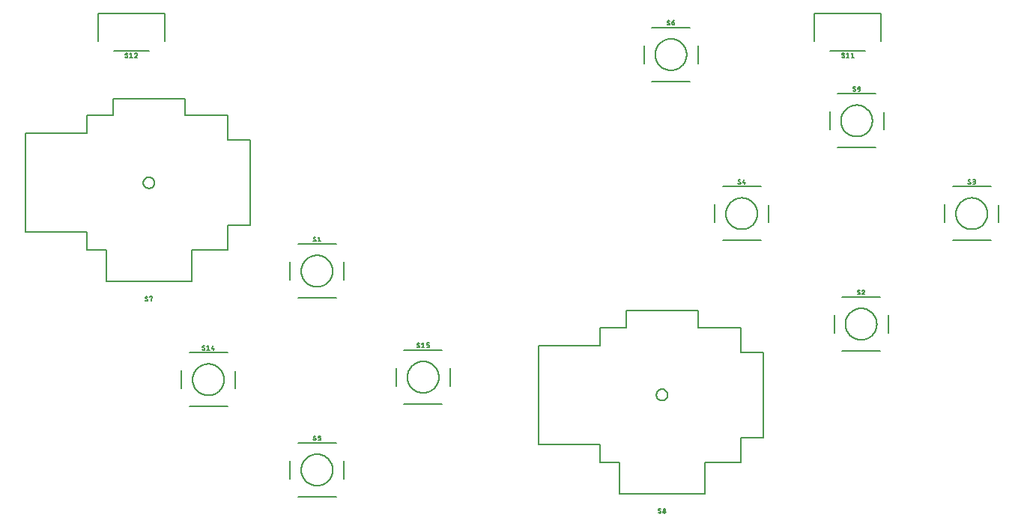
<source format=gto>
G75*
%MOIN*%
%OFA0B0*%
%FSLAX25Y25*%
%IPPOS*%
%LPD*%
%AMOC8*
5,1,8,0,0,1.08239X$1,22.5*
%
%ADD10C,0.00800*%
%ADD11C,0.00500*%
D10*
X0185669Y0172327D02*
X0202669Y0172327D01*
X0206169Y0180327D02*
X0206169Y0188256D01*
X0202669Y0196327D02*
X0185669Y0196327D01*
X0182169Y0188374D02*
X0182169Y0180327D01*
X0187169Y0184327D02*
X0187171Y0184499D01*
X0187177Y0184670D01*
X0187188Y0184842D01*
X0187203Y0185013D01*
X0187222Y0185184D01*
X0187245Y0185354D01*
X0187272Y0185524D01*
X0187304Y0185693D01*
X0187339Y0185861D01*
X0187379Y0186028D01*
X0187423Y0186194D01*
X0187470Y0186359D01*
X0187522Y0186523D01*
X0187578Y0186685D01*
X0187638Y0186846D01*
X0187702Y0187006D01*
X0187770Y0187164D01*
X0187841Y0187320D01*
X0187916Y0187474D01*
X0187996Y0187627D01*
X0188078Y0187777D01*
X0188165Y0187926D01*
X0188255Y0188072D01*
X0188349Y0188216D01*
X0188446Y0188358D01*
X0188547Y0188497D01*
X0188651Y0188634D01*
X0188758Y0188768D01*
X0188869Y0188899D01*
X0188982Y0189028D01*
X0189099Y0189154D01*
X0189219Y0189277D01*
X0189342Y0189397D01*
X0189468Y0189514D01*
X0189597Y0189627D01*
X0189728Y0189738D01*
X0189862Y0189845D01*
X0189999Y0189949D01*
X0190138Y0190050D01*
X0190280Y0190147D01*
X0190424Y0190241D01*
X0190570Y0190331D01*
X0190719Y0190418D01*
X0190869Y0190500D01*
X0191022Y0190580D01*
X0191176Y0190655D01*
X0191332Y0190726D01*
X0191490Y0190794D01*
X0191650Y0190858D01*
X0191811Y0190918D01*
X0191973Y0190974D01*
X0192137Y0191026D01*
X0192302Y0191073D01*
X0192468Y0191117D01*
X0192635Y0191157D01*
X0192803Y0191192D01*
X0192972Y0191224D01*
X0193142Y0191251D01*
X0193312Y0191274D01*
X0193483Y0191293D01*
X0193654Y0191308D01*
X0193826Y0191319D01*
X0193997Y0191325D01*
X0194169Y0191327D01*
X0194341Y0191325D01*
X0194512Y0191319D01*
X0194684Y0191308D01*
X0194855Y0191293D01*
X0195026Y0191274D01*
X0195196Y0191251D01*
X0195366Y0191224D01*
X0195535Y0191192D01*
X0195703Y0191157D01*
X0195870Y0191117D01*
X0196036Y0191073D01*
X0196201Y0191026D01*
X0196365Y0190974D01*
X0196527Y0190918D01*
X0196688Y0190858D01*
X0196848Y0190794D01*
X0197006Y0190726D01*
X0197162Y0190655D01*
X0197316Y0190580D01*
X0197469Y0190500D01*
X0197619Y0190418D01*
X0197768Y0190331D01*
X0197914Y0190241D01*
X0198058Y0190147D01*
X0198200Y0190050D01*
X0198339Y0189949D01*
X0198476Y0189845D01*
X0198610Y0189738D01*
X0198741Y0189627D01*
X0198870Y0189514D01*
X0198996Y0189397D01*
X0199119Y0189277D01*
X0199239Y0189154D01*
X0199356Y0189028D01*
X0199469Y0188899D01*
X0199580Y0188768D01*
X0199687Y0188634D01*
X0199791Y0188497D01*
X0199892Y0188358D01*
X0199989Y0188216D01*
X0200083Y0188072D01*
X0200173Y0187926D01*
X0200260Y0187777D01*
X0200342Y0187627D01*
X0200422Y0187474D01*
X0200497Y0187320D01*
X0200568Y0187164D01*
X0200636Y0187006D01*
X0200700Y0186846D01*
X0200760Y0186685D01*
X0200816Y0186523D01*
X0200868Y0186359D01*
X0200915Y0186194D01*
X0200959Y0186028D01*
X0200999Y0185861D01*
X0201034Y0185693D01*
X0201066Y0185524D01*
X0201093Y0185354D01*
X0201116Y0185184D01*
X0201135Y0185013D01*
X0201150Y0184842D01*
X0201161Y0184670D01*
X0201167Y0184499D01*
X0201169Y0184327D01*
X0201167Y0184155D01*
X0201161Y0183984D01*
X0201150Y0183812D01*
X0201135Y0183641D01*
X0201116Y0183470D01*
X0201093Y0183300D01*
X0201066Y0183130D01*
X0201034Y0182961D01*
X0200999Y0182793D01*
X0200959Y0182626D01*
X0200915Y0182460D01*
X0200868Y0182295D01*
X0200816Y0182131D01*
X0200760Y0181969D01*
X0200700Y0181808D01*
X0200636Y0181648D01*
X0200568Y0181490D01*
X0200497Y0181334D01*
X0200422Y0181180D01*
X0200342Y0181027D01*
X0200260Y0180877D01*
X0200173Y0180728D01*
X0200083Y0180582D01*
X0199989Y0180438D01*
X0199892Y0180296D01*
X0199791Y0180157D01*
X0199687Y0180020D01*
X0199580Y0179886D01*
X0199469Y0179755D01*
X0199356Y0179626D01*
X0199239Y0179500D01*
X0199119Y0179377D01*
X0198996Y0179257D01*
X0198870Y0179140D01*
X0198741Y0179027D01*
X0198610Y0178916D01*
X0198476Y0178809D01*
X0198339Y0178705D01*
X0198200Y0178604D01*
X0198058Y0178507D01*
X0197914Y0178413D01*
X0197768Y0178323D01*
X0197619Y0178236D01*
X0197469Y0178154D01*
X0197316Y0178074D01*
X0197162Y0177999D01*
X0197006Y0177928D01*
X0196848Y0177860D01*
X0196688Y0177796D01*
X0196527Y0177736D01*
X0196365Y0177680D01*
X0196201Y0177628D01*
X0196036Y0177581D01*
X0195870Y0177537D01*
X0195703Y0177497D01*
X0195535Y0177462D01*
X0195366Y0177430D01*
X0195196Y0177403D01*
X0195026Y0177380D01*
X0194855Y0177361D01*
X0194684Y0177346D01*
X0194512Y0177335D01*
X0194341Y0177329D01*
X0194169Y0177327D01*
X0193997Y0177329D01*
X0193826Y0177335D01*
X0193654Y0177346D01*
X0193483Y0177361D01*
X0193312Y0177380D01*
X0193142Y0177403D01*
X0192972Y0177430D01*
X0192803Y0177462D01*
X0192635Y0177497D01*
X0192468Y0177537D01*
X0192302Y0177581D01*
X0192137Y0177628D01*
X0191973Y0177680D01*
X0191811Y0177736D01*
X0191650Y0177796D01*
X0191490Y0177860D01*
X0191332Y0177928D01*
X0191176Y0177999D01*
X0191022Y0178074D01*
X0190869Y0178154D01*
X0190719Y0178236D01*
X0190570Y0178323D01*
X0190424Y0178413D01*
X0190280Y0178507D01*
X0190138Y0178604D01*
X0189999Y0178705D01*
X0189862Y0178809D01*
X0189728Y0178916D01*
X0189597Y0179027D01*
X0189468Y0179140D01*
X0189342Y0179257D01*
X0189219Y0179377D01*
X0189099Y0179500D01*
X0188982Y0179626D01*
X0188869Y0179755D01*
X0188758Y0179886D01*
X0188651Y0180020D01*
X0188547Y0180157D01*
X0188446Y0180296D01*
X0188349Y0180438D01*
X0188255Y0180582D01*
X0188165Y0180728D01*
X0188078Y0180877D01*
X0187996Y0181027D01*
X0187916Y0181180D01*
X0187841Y0181334D01*
X0187770Y0181490D01*
X0187702Y0181648D01*
X0187638Y0181808D01*
X0187578Y0181969D01*
X0187522Y0182131D01*
X0187470Y0182295D01*
X0187423Y0182460D01*
X0187379Y0182626D01*
X0187339Y0182793D01*
X0187304Y0182961D01*
X0187272Y0183130D01*
X0187245Y0183300D01*
X0187222Y0183470D01*
X0187203Y0183641D01*
X0187188Y0183812D01*
X0187177Y0183984D01*
X0187171Y0184155D01*
X0187169Y0184327D01*
X0154323Y0212524D02*
X0137323Y0212524D01*
X0133823Y0220524D02*
X0133823Y0228571D01*
X0137323Y0236524D02*
X0154323Y0236524D01*
X0157823Y0228453D02*
X0157823Y0220524D01*
X0138823Y0224524D02*
X0138825Y0224696D01*
X0138831Y0224867D01*
X0138842Y0225039D01*
X0138857Y0225210D01*
X0138876Y0225381D01*
X0138899Y0225551D01*
X0138926Y0225721D01*
X0138958Y0225890D01*
X0138993Y0226058D01*
X0139033Y0226225D01*
X0139077Y0226391D01*
X0139124Y0226556D01*
X0139176Y0226720D01*
X0139232Y0226882D01*
X0139292Y0227043D01*
X0139356Y0227203D01*
X0139424Y0227361D01*
X0139495Y0227517D01*
X0139570Y0227671D01*
X0139650Y0227824D01*
X0139732Y0227974D01*
X0139819Y0228123D01*
X0139909Y0228269D01*
X0140003Y0228413D01*
X0140100Y0228555D01*
X0140201Y0228694D01*
X0140305Y0228831D01*
X0140412Y0228965D01*
X0140523Y0229096D01*
X0140636Y0229225D01*
X0140753Y0229351D01*
X0140873Y0229474D01*
X0140996Y0229594D01*
X0141122Y0229711D01*
X0141251Y0229824D01*
X0141382Y0229935D01*
X0141516Y0230042D01*
X0141653Y0230146D01*
X0141792Y0230247D01*
X0141934Y0230344D01*
X0142078Y0230438D01*
X0142224Y0230528D01*
X0142373Y0230615D01*
X0142523Y0230697D01*
X0142676Y0230777D01*
X0142830Y0230852D01*
X0142986Y0230923D01*
X0143144Y0230991D01*
X0143304Y0231055D01*
X0143465Y0231115D01*
X0143627Y0231171D01*
X0143791Y0231223D01*
X0143956Y0231270D01*
X0144122Y0231314D01*
X0144289Y0231354D01*
X0144457Y0231389D01*
X0144626Y0231421D01*
X0144796Y0231448D01*
X0144966Y0231471D01*
X0145137Y0231490D01*
X0145308Y0231505D01*
X0145480Y0231516D01*
X0145651Y0231522D01*
X0145823Y0231524D01*
X0145995Y0231522D01*
X0146166Y0231516D01*
X0146338Y0231505D01*
X0146509Y0231490D01*
X0146680Y0231471D01*
X0146850Y0231448D01*
X0147020Y0231421D01*
X0147189Y0231389D01*
X0147357Y0231354D01*
X0147524Y0231314D01*
X0147690Y0231270D01*
X0147855Y0231223D01*
X0148019Y0231171D01*
X0148181Y0231115D01*
X0148342Y0231055D01*
X0148502Y0230991D01*
X0148660Y0230923D01*
X0148816Y0230852D01*
X0148970Y0230777D01*
X0149123Y0230697D01*
X0149273Y0230615D01*
X0149422Y0230528D01*
X0149568Y0230438D01*
X0149712Y0230344D01*
X0149854Y0230247D01*
X0149993Y0230146D01*
X0150130Y0230042D01*
X0150264Y0229935D01*
X0150395Y0229824D01*
X0150524Y0229711D01*
X0150650Y0229594D01*
X0150773Y0229474D01*
X0150893Y0229351D01*
X0151010Y0229225D01*
X0151123Y0229096D01*
X0151234Y0228965D01*
X0151341Y0228831D01*
X0151445Y0228694D01*
X0151546Y0228555D01*
X0151643Y0228413D01*
X0151737Y0228269D01*
X0151827Y0228123D01*
X0151914Y0227974D01*
X0151996Y0227824D01*
X0152076Y0227671D01*
X0152151Y0227517D01*
X0152222Y0227361D01*
X0152290Y0227203D01*
X0152354Y0227043D01*
X0152414Y0226882D01*
X0152470Y0226720D01*
X0152522Y0226556D01*
X0152569Y0226391D01*
X0152613Y0226225D01*
X0152653Y0226058D01*
X0152688Y0225890D01*
X0152720Y0225721D01*
X0152747Y0225551D01*
X0152770Y0225381D01*
X0152789Y0225210D01*
X0152804Y0225039D01*
X0152815Y0224867D01*
X0152821Y0224696D01*
X0152823Y0224524D01*
X0152821Y0224352D01*
X0152815Y0224181D01*
X0152804Y0224009D01*
X0152789Y0223838D01*
X0152770Y0223667D01*
X0152747Y0223497D01*
X0152720Y0223327D01*
X0152688Y0223158D01*
X0152653Y0222990D01*
X0152613Y0222823D01*
X0152569Y0222657D01*
X0152522Y0222492D01*
X0152470Y0222328D01*
X0152414Y0222166D01*
X0152354Y0222005D01*
X0152290Y0221845D01*
X0152222Y0221687D01*
X0152151Y0221531D01*
X0152076Y0221377D01*
X0151996Y0221224D01*
X0151914Y0221074D01*
X0151827Y0220925D01*
X0151737Y0220779D01*
X0151643Y0220635D01*
X0151546Y0220493D01*
X0151445Y0220354D01*
X0151341Y0220217D01*
X0151234Y0220083D01*
X0151123Y0219952D01*
X0151010Y0219823D01*
X0150893Y0219697D01*
X0150773Y0219574D01*
X0150650Y0219454D01*
X0150524Y0219337D01*
X0150395Y0219224D01*
X0150264Y0219113D01*
X0150130Y0219006D01*
X0149993Y0218902D01*
X0149854Y0218801D01*
X0149712Y0218704D01*
X0149568Y0218610D01*
X0149422Y0218520D01*
X0149273Y0218433D01*
X0149123Y0218351D01*
X0148970Y0218271D01*
X0148816Y0218196D01*
X0148660Y0218125D01*
X0148502Y0218057D01*
X0148342Y0217993D01*
X0148181Y0217933D01*
X0148019Y0217877D01*
X0147855Y0217825D01*
X0147690Y0217778D01*
X0147524Y0217734D01*
X0147357Y0217694D01*
X0147189Y0217659D01*
X0147020Y0217627D01*
X0146850Y0217600D01*
X0146680Y0217577D01*
X0146509Y0217558D01*
X0146338Y0217543D01*
X0146166Y0217532D01*
X0145995Y0217526D01*
X0145823Y0217524D01*
X0145651Y0217526D01*
X0145480Y0217532D01*
X0145308Y0217543D01*
X0145137Y0217558D01*
X0144966Y0217577D01*
X0144796Y0217600D01*
X0144626Y0217627D01*
X0144457Y0217659D01*
X0144289Y0217694D01*
X0144122Y0217734D01*
X0143956Y0217778D01*
X0143791Y0217825D01*
X0143627Y0217877D01*
X0143465Y0217933D01*
X0143304Y0217993D01*
X0143144Y0218057D01*
X0142986Y0218125D01*
X0142830Y0218196D01*
X0142676Y0218271D01*
X0142523Y0218351D01*
X0142373Y0218433D01*
X0142224Y0218520D01*
X0142078Y0218610D01*
X0141934Y0218704D01*
X0141792Y0218801D01*
X0141653Y0218902D01*
X0141516Y0219006D01*
X0141382Y0219113D01*
X0141251Y0219224D01*
X0141122Y0219337D01*
X0140996Y0219454D01*
X0140873Y0219574D01*
X0140753Y0219697D01*
X0140636Y0219823D01*
X0140523Y0219952D01*
X0140412Y0220083D01*
X0140305Y0220217D01*
X0140201Y0220354D01*
X0140100Y0220493D01*
X0140003Y0220635D01*
X0139909Y0220779D01*
X0139819Y0220925D01*
X0139732Y0221074D01*
X0139650Y0221224D01*
X0139570Y0221377D01*
X0139495Y0221531D01*
X0139424Y0221687D01*
X0139356Y0221845D01*
X0139292Y0222005D01*
X0139232Y0222166D01*
X0139176Y0222328D01*
X0139124Y0222492D01*
X0139077Y0222657D01*
X0139033Y0222823D01*
X0138993Y0222990D01*
X0138958Y0223158D01*
X0138926Y0223327D01*
X0138899Y0223497D01*
X0138876Y0223667D01*
X0138857Y0223838D01*
X0138842Y0224009D01*
X0138831Y0224181D01*
X0138825Y0224352D01*
X0138823Y0224524D01*
X0185669Y0260909D02*
X0202669Y0260909D01*
X0206169Y0268909D02*
X0206169Y0276839D01*
X0202669Y0284909D02*
X0185669Y0284909D01*
X0182169Y0276957D02*
X0182169Y0268909D01*
X0187169Y0272909D02*
X0187171Y0273081D01*
X0187177Y0273252D01*
X0187188Y0273424D01*
X0187203Y0273595D01*
X0187222Y0273766D01*
X0187245Y0273936D01*
X0187272Y0274106D01*
X0187304Y0274275D01*
X0187339Y0274443D01*
X0187379Y0274610D01*
X0187423Y0274776D01*
X0187470Y0274941D01*
X0187522Y0275105D01*
X0187578Y0275267D01*
X0187638Y0275428D01*
X0187702Y0275588D01*
X0187770Y0275746D01*
X0187841Y0275902D01*
X0187916Y0276056D01*
X0187996Y0276209D01*
X0188078Y0276359D01*
X0188165Y0276508D01*
X0188255Y0276654D01*
X0188349Y0276798D01*
X0188446Y0276940D01*
X0188547Y0277079D01*
X0188651Y0277216D01*
X0188758Y0277350D01*
X0188869Y0277481D01*
X0188982Y0277610D01*
X0189099Y0277736D01*
X0189219Y0277859D01*
X0189342Y0277979D01*
X0189468Y0278096D01*
X0189597Y0278209D01*
X0189728Y0278320D01*
X0189862Y0278427D01*
X0189999Y0278531D01*
X0190138Y0278632D01*
X0190280Y0278729D01*
X0190424Y0278823D01*
X0190570Y0278913D01*
X0190719Y0279000D01*
X0190869Y0279082D01*
X0191022Y0279162D01*
X0191176Y0279237D01*
X0191332Y0279308D01*
X0191490Y0279376D01*
X0191650Y0279440D01*
X0191811Y0279500D01*
X0191973Y0279556D01*
X0192137Y0279608D01*
X0192302Y0279655D01*
X0192468Y0279699D01*
X0192635Y0279739D01*
X0192803Y0279774D01*
X0192972Y0279806D01*
X0193142Y0279833D01*
X0193312Y0279856D01*
X0193483Y0279875D01*
X0193654Y0279890D01*
X0193826Y0279901D01*
X0193997Y0279907D01*
X0194169Y0279909D01*
X0194341Y0279907D01*
X0194512Y0279901D01*
X0194684Y0279890D01*
X0194855Y0279875D01*
X0195026Y0279856D01*
X0195196Y0279833D01*
X0195366Y0279806D01*
X0195535Y0279774D01*
X0195703Y0279739D01*
X0195870Y0279699D01*
X0196036Y0279655D01*
X0196201Y0279608D01*
X0196365Y0279556D01*
X0196527Y0279500D01*
X0196688Y0279440D01*
X0196848Y0279376D01*
X0197006Y0279308D01*
X0197162Y0279237D01*
X0197316Y0279162D01*
X0197469Y0279082D01*
X0197619Y0279000D01*
X0197768Y0278913D01*
X0197914Y0278823D01*
X0198058Y0278729D01*
X0198200Y0278632D01*
X0198339Y0278531D01*
X0198476Y0278427D01*
X0198610Y0278320D01*
X0198741Y0278209D01*
X0198870Y0278096D01*
X0198996Y0277979D01*
X0199119Y0277859D01*
X0199239Y0277736D01*
X0199356Y0277610D01*
X0199469Y0277481D01*
X0199580Y0277350D01*
X0199687Y0277216D01*
X0199791Y0277079D01*
X0199892Y0276940D01*
X0199989Y0276798D01*
X0200083Y0276654D01*
X0200173Y0276508D01*
X0200260Y0276359D01*
X0200342Y0276209D01*
X0200422Y0276056D01*
X0200497Y0275902D01*
X0200568Y0275746D01*
X0200636Y0275588D01*
X0200700Y0275428D01*
X0200760Y0275267D01*
X0200816Y0275105D01*
X0200868Y0274941D01*
X0200915Y0274776D01*
X0200959Y0274610D01*
X0200999Y0274443D01*
X0201034Y0274275D01*
X0201066Y0274106D01*
X0201093Y0273936D01*
X0201116Y0273766D01*
X0201135Y0273595D01*
X0201150Y0273424D01*
X0201161Y0273252D01*
X0201167Y0273081D01*
X0201169Y0272909D01*
X0201167Y0272737D01*
X0201161Y0272566D01*
X0201150Y0272394D01*
X0201135Y0272223D01*
X0201116Y0272052D01*
X0201093Y0271882D01*
X0201066Y0271712D01*
X0201034Y0271543D01*
X0200999Y0271375D01*
X0200959Y0271208D01*
X0200915Y0271042D01*
X0200868Y0270877D01*
X0200816Y0270713D01*
X0200760Y0270551D01*
X0200700Y0270390D01*
X0200636Y0270230D01*
X0200568Y0270072D01*
X0200497Y0269916D01*
X0200422Y0269762D01*
X0200342Y0269609D01*
X0200260Y0269459D01*
X0200173Y0269310D01*
X0200083Y0269164D01*
X0199989Y0269020D01*
X0199892Y0268878D01*
X0199791Y0268739D01*
X0199687Y0268602D01*
X0199580Y0268468D01*
X0199469Y0268337D01*
X0199356Y0268208D01*
X0199239Y0268082D01*
X0199119Y0267959D01*
X0198996Y0267839D01*
X0198870Y0267722D01*
X0198741Y0267609D01*
X0198610Y0267498D01*
X0198476Y0267391D01*
X0198339Y0267287D01*
X0198200Y0267186D01*
X0198058Y0267089D01*
X0197914Y0266995D01*
X0197768Y0266905D01*
X0197619Y0266818D01*
X0197469Y0266736D01*
X0197316Y0266656D01*
X0197162Y0266581D01*
X0197006Y0266510D01*
X0196848Y0266442D01*
X0196688Y0266378D01*
X0196527Y0266318D01*
X0196365Y0266262D01*
X0196201Y0266210D01*
X0196036Y0266163D01*
X0195870Y0266119D01*
X0195703Y0266079D01*
X0195535Y0266044D01*
X0195366Y0266012D01*
X0195196Y0265985D01*
X0195026Y0265962D01*
X0194855Y0265943D01*
X0194684Y0265928D01*
X0194512Y0265917D01*
X0194341Y0265911D01*
X0194169Y0265909D01*
X0193997Y0265911D01*
X0193826Y0265917D01*
X0193654Y0265928D01*
X0193483Y0265943D01*
X0193312Y0265962D01*
X0193142Y0265985D01*
X0192972Y0266012D01*
X0192803Y0266044D01*
X0192635Y0266079D01*
X0192468Y0266119D01*
X0192302Y0266163D01*
X0192137Y0266210D01*
X0191973Y0266262D01*
X0191811Y0266318D01*
X0191650Y0266378D01*
X0191490Y0266442D01*
X0191332Y0266510D01*
X0191176Y0266581D01*
X0191022Y0266656D01*
X0190869Y0266736D01*
X0190719Y0266818D01*
X0190570Y0266905D01*
X0190424Y0266995D01*
X0190280Y0267089D01*
X0190138Y0267186D01*
X0189999Y0267287D01*
X0189862Y0267391D01*
X0189728Y0267498D01*
X0189597Y0267609D01*
X0189468Y0267722D01*
X0189342Y0267839D01*
X0189219Y0267959D01*
X0189099Y0268082D01*
X0188982Y0268208D01*
X0188869Y0268337D01*
X0188758Y0268468D01*
X0188651Y0268602D01*
X0188547Y0268739D01*
X0188446Y0268878D01*
X0188349Y0269020D01*
X0188255Y0269164D01*
X0188165Y0269310D01*
X0188078Y0269459D01*
X0187996Y0269609D01*
X0187916Y0269762D01*
X0187841Y0269916D01*
X0187770Y0270072D01*
X0187702Y0270230D01*
X0187638Y0270390D01*
X0187578Y0270551D01*
X0187522Y0270713D01*
X0187470Y0270877D01*
X0187423Y0271042D01*
X0187379Y0271208D01*
X0187339Y0271375D01*
X0187304Y0271543D01*
X0187272Y0271712D01*
X0187245Y0271882D01*
X0187222Y0272052D01*
X0187203Y0272223D01*
X0187188Y0272394D01*
X0187177Y0272566D01*
X0187171Y0272737D01*
X0187169Y0272909D01*
X0164366Y0293280D02*
X0154366Y0293280D01*
X0154366Y0282280D01*
X0138366Y0282280D01*
X0138366Y0268280D01*
X0100366Y0268280D01*
X0100366Y0282280D01*
X0091866Y0282280D01*
X0091866Y0290280D01*
X0064366Y0290280D01*
X0064366Y0334280D01*
X0091866Y0334280D01*
X0091866Y0342280D01*
X0103366Y0342280D01*
X0103366Y0349780D01*
X0135366Y0349780D01*
X0135366Y0342280D01*
X0154366Y0342280D01*
X0154366Y0331280D01*
X0164366Y0331280D01*
X0164366Y0293280D01*
X0116866Y0312280D02*
X0116868Y0312379D01*
X0116874Y0312479D01*
X0116884Y0312578D01*
X0116898Y0312676D01*
X0116915Y0312774D01*
X0116937Y0312871D01*
X0116962Y0312967D01*
X0116991Y0313062D01*
X0117024Y0313156D01*
X0117061Y0313248D01*
X0117101Y0313339D01*
X0117145Y0313428D01*
X0117193Y0313516D01*
X0117244Y0313601D01*
X0117298Y0313684D01*
X0117355Y0313766D01*
X0117416Y0313844D01*
X0117480Y0313921D01*
X0117546Y0313994D01*
X0117616Y0314065D01*
X0117688Y0314133D01*
X0117763Y0314199D01*
X0117841Y0314261D01*
X0117921Y0314320D01*
X0118003Y0314376D01*
X0118087Y0314428D01*
X0118174Y0314477D01*
X0118262Y0314523D01*
X0118352Y0314565D01*
X0118444Y0314604D01*
X0118537Y0314639D01*
X0118631Y0314670D01*
X0118727Y0314697D01*
X0118824Y0314720D01*
X0118921Y0314740D01*
X0119019Y0314756D01*
X0119118Y0314768D01*
X0119217Y0314776D01*
X0119316Y0314780D01*
X0119416Y0314780D01*
X0119515Y0314776D01*
X0119614Y0314768D01*
X0119713Y0314756D01*
X0119811Y0314740D01*
X0119908Y0314720D01*
X0120005Y0314697D01*
X0120101Y0314670D01*
X0120195Y0314639D01*
X0120288Y0314604D01*
X0120380Y0314565D01*
X0120470Y0314523D01*
X0120558Y0314477D01*
X0120645Y0314428D01*
X0120729Y0314376D01*
X0120811Y0314320D01*
X0120891Y0314261D01*
X0120969Y0314199D01*
X0121044Y0314133D01*
X0121116Y0314065D01*
X0121186Y0313994D01*
X0121252Y0313921D01*
X0121316Y0313844D01*
X0121377Y0313766D01*
X0121434Y0313684D01*
X0121488Y0313601D01*
X0121539Y0313516D01*
X0121587Y0313428D01*
X0121631Y0313339D01*
X0121671Y0313248D01*
X0121708Y0313156D01*
X0121741Y0313062D01*
X0121770Y0312967D01*
X0121795Y0312871D01*
X0121817Y0312774D01*
X0121834Y0312676D01*
X0121848Y0312578D01*
X0121858Y0312479D01*
X0121864Y0312379D01*
X0121866Y0312280D01*
X0121864Y0312181D01*
X0121858Y0312081D01*
X0121848Y0311982D01*
X0121834Y0311884D01*
X0121817Y0311786D01*
X0121795Y0311689D01*
X0121770Y0311593D01*
X0121741Y0311498D01*
X0121708Y0311404D01*
X0121671Y0311312D01*
X0121631Y0311221D01*
X0121587Y0311132D01*
X0121539Y0311044D01*
X0121488Y0310959D01*
X0121434Y0310876D01*
X0121377Y0310794D01*
X0121316Y0310716D01*
X0121252Y0310639D01*
X0121186Y0310566D01*
X0121116Y0310495D01*
X0121044Y0310427D01*
X0120969Y0310361D01*
X0120891Y0310299D01*
X0120811Y0310240D01*
X0120729Y0310184D01*
X0120645Y0310132D01*
X0120558Y0310083D01*
X0120470Y0310037D01*
X0120380Y0309995D01*
X0120288Y0309956D01*
X0120195Y0309921D01*
X0120101Y0309890D01*
X0120005Y0309863D01*
X0119908Y0309840D01*
X0119811Y0309820D01*
X0119713Y0309804D01*
X0119614Y0309792D01*
X0119515Y0309784D01*
X0119416Y0309780D01*
X0119316Y0309780D01*
X0119217Y0309784D01*
X0119118Y0309792D01*
X0119019Y0309804D01*
X0118921Y0309820D01*
X0118824Y0309840D01*
X0118727Y0309863D01*
X0118631Y0309890D01*
X0118537Y0309921D01*
X0118444Y0309956D01*
X0118352Y0309995D01*
X0118262Y0310037D01*
X0118174Y0310083D01*
X0118087Y0310132D01*
X0118003Y0310184D01*
X0117921Y0310240D01*
X0117841Y0310299D01*
X0117763Y0310361D01*
X0117688Y0310427D01*
X0117616Y0310495D01*
X0117546Y0310566D01*
X0117480Y0310639D01*
X0117416Y0310716D01*
X0117355Y0310794D01*
X0117298Y0310876D01*
X0117244Y0310959D01*
X0117193Y0311044D01*
X0117145Y0311132D01*
X0117101Y0311221D01*
X0117061Y0311312D01*
X0117024Y0311404D01*
X0116991Y0311498D01*
X0116962Y0311593D01*
X0116937Y0311689D01*
X0116915Y0311786D01*
X0116898Y0311884D01*
X0116884Y0311982D01*
X0116874Y0312081D01*
X0116868Y0312181D01*
X0116866Y0312280D01*
X0119366Y0370835D02*
X0103618Y0370835D01*
X0096622Y0375272D02*
X0096622Y0387583D01*
X0126362Y0387583D01*
X0126362Y0375272D01*
X0292713Y0239791D02*
X0320213Y0239791D01*
X0320213Y0247791D01*
X0331713Y0247791D01*
X0331713Y0255291D01*
X0363713Y0255291D01*
X0363713Y0247791D01*
X0382713Y0247791D01*
X0382713Y0236791D01*
X0392713Y0236791D01*
X0392713Y0198791D01*
X0382713Y0198791D01*
X0382713Y0187791D01*
X0366713Y0187791D01*
X0366713Y0173791D01*
X0328713Y0173791D01*
X0328713Y0187791D01*
X0320213Y0187791D01*
X0320213Y0195791D01*
X0292713Y0195791D01*
X0292713Y0239791D01*
X0253413Y0229594D02*
X0253413Y0221665D01*
X0249913Y0213665D02*
X0232913Y0213665D01*
X0229413Y0221665D02*
X0229413Y0229713D01*
X0232913Y0237665D02*
X0249913Y0237665D01*
X0234413Y0225665D02*
X0234415Y0225837D01*
X0234421Y0226008D01*
X0234432Y0226180D01*
X0234447Y0226351D01*
X0234466Y0226522D01*
X0234489Y0226692D01*
X0234516Y0226862D01*
X0234548Y0227031D01*
X0234583Y0227199D01*
X0234623Y0227366D01*
X0234667Y0227532D01*
X0234714Y0227697D01*
X0234766Y0227861D01*
X0234822Y0228023D01*
X0234882Y0228184D01*
X0234946Y0228344D01*
X0235014Y0228502D01*
X0235085Y0228658D01*
X0235160Y0228812D01*
X0235240Y0228965D01*
X0235322Y0229115D01*
X0235409Y0229264D01*
X0235499Y0229410D01*
X0235593Y0229554D01*
X0235690Y0229696D01*
X0235791Y0229835D01*
X0235895Y0229972D01*
X0236002Y0230106D01*
X0236113Y0230237D01*
X0236226Y0230366D01*
X0236343Y0230492D01*
X0236463Y0230615D01*
X0236586Y0230735D01*
X0236712Y0230852D01*
X0236841Y0230965D01*
X0236972Y0231076D01*
X0237106Y0231183D01*
X0237243Y0231287D01*
X0237382Y0231388D01*
X0237524Y0231485D01*
X0237668Y0231579D01*
X0237814Y0231669D01*
X0237963Y0231756D01*
X0238113Y0231838D01*
X0238266Y0231918D01*
X0238420Y0231993D01*
X0238576Y0232064D01*
X0238734Y0232132D01*
X0238894Y0232196D01*
X0239055Y0232256D01*
X0239217Y0232312D01*
X0239381Y0232364D01*
X0239546Y0232411D01*
X0239712Y0232455D01*
X0239879Y0232495D01*
X0240047Y0232530D01*
X0240216Y0232562D01*
X0240386Y0232589D01*
X0240556Y0232612D01*
X0240727Y0232631D01*
X0240898Y0232646D01*
X0241070Y0232657D01*
X0241241Y0232663D01*
X0241413Y0232665D01*
X0241585Y0232663D01*
X0241756Y0232657D01*
X0241928Y0232646D01*
X0242099Y0232631D01*
X0242270Y0232612D01*
X0242440Y0232589D01*
X0242610Y0232562D01*
X0242779Y0232530D01*
X0242947Y0232495D01*
X0243114Y0232455D01*
X0243280Y0232411D01*
X0243445Y0232364D01*
X0243609Y0232312D01*
X0243771Y0232256D01*
X0243932Y0232196D01*
X0244092Y0232132D01*
X0244250Y0232064D01*
X0244406Y0231993D01*
X0244560Y0231918D01*
X0244713Y0231838D01*
X0244863Y0231756D01*
X0245012Y0231669D01*
X0245158Y0231579D01*
X0245302Y0231485D01*
X0245444Y0231388D01*
X0245583Y0231287D01*
X0245720Y0231183D01*
X0245854Y0231076D01*
X0245985Y0230965D01*
X0246114Y0230852D01*
X0246240Y0230735D01*
X0246363Y0230615D01*
X0246483Y0230492D01*
X0246600Y0230366D01*
X0246713Y0230237D01*
X0246824Y0230106D01*
X0246931Y0229972D01*
X0247035Y0229835D01*
X0247136Y0229696D01*
X0247233Y0229554D01*
X0247327Y0229410D01*
X0247417Y0229264D01*
X0247504Y0229115D01*
X0247586Y0228965D01*
X0247666Y0228812D01*
X0247741Y0228658D01*
X0247812Y0228502D01*
X0247880Y0228344D01*
X0247944Y0228184D01*
X0248004Y0228023D01*
X0248060Y0227861D01*
X0248112Y0227697D01*
X0248159Y0227532D01*
X0248203Y0227366D01*
X0248243Y0227199D01*
X0248278Y0227031D01*
X0248310Y0226862D01*
X0248337Y0226692D01*
X0248360Y0226522D01*
X0248379Y0226351D01*
X0248394Y0226180D01*
X0248405Y0226008D01*
X0248411Y0225837D01*
X0248413Y0225665D01*
X0248411Y0225493D01*
X0248405Y0225322D01*
X0248394Y0225150D01*
X0248379Y0224979D01*
X0248360Y0224808D01*
X0248337Y0224638D01*
X0248310Y0224468D01*
X0248278Y0224299D01*
X0248243Y0224131D01*
X0248203Y0223964D01*
X0248159Y0223798D01*
X0248112Y0223633D01*
X0248060Y0223469D01*
X0248004Y0223307D01*
X0247944Y0223146D01*
X0247880Y0222986D01*
X0247812Y0222828D01*
X0247741Y0222672D01*
X0247666Y0222518D01*
X0247586Y0222365D01*
X0247504Y0222215D01*
X0247417Y0222066D01*
X0247327Y0221920D01*
X0247233Y0221776D01*
X0247136Y0221634D01*
X0247035Y0221495D01*
X0246931Y0221358D01*
X0246824Y0221224D01*
X0246713Y0221093D01*
X0246600Y0220964D01*
X0246483Y0220838D01*
X0246363Y0220715D01*
X0246240Y0220595D01*
X0246114Y0220478D01*
X0245985Y0220365D01*
X0245854Y0220254D01*
X0245720Y0220147D01*
X0245583Y0220043D01*
X0245444Y0219942D01*
X0245302Y0219845D01*
X0245158Y0219751D01*
X0245012Y0219661D01*
X0244863Y0219574D01*
X0244713Y0219492D01*
X0244560Y0219412D01*
X0244406Y0219337D01*
X0244250Y0219266D01*
X0244092Y0219198D01*
X0243932Y0219134D01*
X0243771Y0219074D01*
X0243609Y0219018D01*
X0243445Y0218966D01*
X0243280Y0218919D01*
X0243114Y0218875D01*
X0242947Y0218835D01*
X0242779Y0218800D01*
X0242610Y0218768D01*
X0242440Y0218741D01*
X0242270Y0218718D01*
X0242099Y0218699D01*
X0241928Y0218684D01*
X0241756Y0218673D01*
X0241585Y0218667D01*
X0241413Y0218665D01*
X0241241Y0218667D01*
X0241070Y0218673D01*
X0240898Y0218684D01*
X0240727Y0218699D01*
X0240556Y0218718D01*
X0240386Y0218741D01*
X0240216Y0218768D01*
X0240047Y0218800D01*
X0239879Y0218835D01*
X0239712Y0218875D01*
X0239546Y0218919D01*
X0239381Y0218966D01*
X0239217Y0219018D01*
X0239055Y0219074D01*
X0238894Y0219134D01*
X0238734Y0219198D01*
X0238576Y0219266D01*
X0238420Y0219337D01*
X0238266Y0219412D01*
X0238113Y0219492D01*
X0237963Y0219574D01*
X0237814Y0219661D01*
X0237668Y0219751D01*
X0237524Y0219845D01*
X0237382Y0219942D01*
X0237243Y0220043D01*
X0237106Y0220147D01*
X0236972Y0220254D01*
X0236841Y0220365D01*
X0236712Y0220478D01*
X0236586Y0220595D01*
X0236463Y0220715D01*
X0236343Y0220838D01*
X0236226Y0220964D01*
X0236113Y0221093D01*
X0236002Y0221224D01*
X0235895Y0221358D01*
X0235791Y0221495D01*
X0235690Y0221634D01*
X0235593Y0221776D01*
X0235499Y0221920D01*
X0235409Y0222066D01*
X0235322Y0222215D01*
X0235240Y0222365D01*
X0235160Y0222518D01*
X0235085Y0222672D01*
X0235014Y0222828D01*
X0234946Y0222986D01*
X0234882Y0223146D01*
X0234822Y0223307D01*
X0234766Y0223469D01*
X0234714Y0223633D01*
X0234667Y0223798D01*
X0234623Y0223964D01*
X0234583Y0224131D01*
X0234548Y0224299D01*
X0234516Y0224468D01*
X0234489Y0224638D01*
X0234466Y0224808D01*
X0234447Y0224979D01*
X0234432Y0225150D01*
X0234421Y0225322D01*
X0234415Y0225493D01*
X0234413Y0225665D01*
X0345213Y0217791D02*
X0345215Y0217890D01*
X0345221Y0217990D01*
X0345231Y0218089D01*
X0345245Y0218187D01*
X0345262Y0218285D01*
X0345284Y0218382D01*
X0345309Y0218478D01*
X0345338Y0218573D01*
X0345371Y0218667D01*
X0345408Y0218759D01*
X0345448Y0218850D01*
X0345492Y0218939D01*
X0345540Y0219027D01*
X0345591Y0219112D01*
X0345645Y0219195D01*
X0345702Y0219277D01*
X0345763Y0219355D01*
X0345827Y0219432D01*
X0345893Y0219505D01*
X0345963Y0219576D01*
X0346035Y0219644D01*
X0346110Y0219710D01*
X0346188Y0219772D01*
X0346268Y0219831D01*
X0346350Y0219887D01*
X0346434Y0219939D01*
X0346521Y0219988D01*
X0346609Y0220034D01*
X0346699Y0220076D01*
X0346791Y0220115D01*
X0346884Y0220150D01*
X0346978Y0220181D01*
X0347074Y0220208D01*
X0347171Y0220231D01*
X0347268Y0220251D01*
X0347366Y0220267D01*
X0347465Y0220279D01*
X0347564Y0220287D01*
X0347663Y0220291D01*
X0347763Y0220291D01*
X0347862Y0220287D01*
X0347961Y0220279D01*
X0348060Y0220267D01*
X0348158Y0220251D01*
X0348255Y0220231D01*
X0348352Y0220208D01*
X0348448Y0220181D01*
X0348542Y0220150D01*
X0348635Y0220115D01*
X0348727Y0220076D01*
X0348817Y0220034D01*
X0348905Y0219988D01*
X0348992Y0219939D01*
X0349076Y0219887D01*
X0349158Y0219831D01*
X0349238Y0219772D01*
X0349316Y0219710D01*
X0349391Y0219644D01*
X0349463Y0219576D01*
X0349533Y0219505D01*
X0349599Y0219432D01*
X0349663Y0219355D01*
X0349724Y0219277D01*
X0349781Y0219195D01*
X0349835Y0219112D01*
X0349886Y0219027D01*
X0349934Y0218939D01*
X0349978Y0218850D01*
X0350018Y0218759D01*
X0350055Y0218667D01*
X0350088Y0218573D01*
X0350117Y0218478D01*
X0350142Y0218382D01*
X0350164Y0218285D01*
X0350181Y0218187D01*
X0350195Y0218089D01*
X0350205Y0217990D01*
X0350211Y0217890D01*
X0350213Y0217791D01*
X0350211Y0217692D01*
X0350205Y0217592D01*
X0350195Y0217493D01*
X0350181Y0217395D01*
X0350164Y0217297D01*
X0350142Y0217200D01*
X0350117Y0217104D01*
X0350088Y0217009D01*
X0350055Y0216915D01*
X0350018Y0216823D01*
X0349978Y0216732D01*
X0349934Y0216643D01*
X0349886Y0216555D01*
X0349835Y0216470D01*
X0349781Y0216387D01*
X0349724Y0216305D01*
X0349663Y0216227D01*
X0349599Y0216150D01*
X0349533Y0216077D01*
X0349463Y0216006D01*
X0349391Y0215938D01*
X0349316Y0215872D01*
X0349238Y0215810D01*
X0349158Y0215751D01*
X0349076Y0215695D01*
X0348992Y0215643D01*
X0348905Y0215594D01*
X0348817Y0215548D01*
X0348727Y0215506D01*
X0348635Y0215467D01*
X0348542Y0215432D01*
X0348448Y0215401D01*
X0348352Y0215374D01*
X0348255Y0215351D01*
X0348158Y0215331D01*
X0348060Y0215315D01*
X0347961Y0215303D01*
X0347862Y0215295D01*
X0347763Y0215291D01*
X0347663Y0215291D01*
X0347564Y0215295D01*
X0347465Y0215303D01*
X0347366Y0215315D01*
X0347268Y0215331D01*
X0347171Y0215351D01*
X0347074Y0215374D01*
X0346978Y0215401D01*
X0346884Y0215432D01*
X0346791Y0215467D01*
X0346699Y0215506D01*
X0346609Y0215548D01*
X0346521Y0215594D01*
X0346434Y0215643D01*
X0346350Y0215695D01*
X0346268Y0215751D01*
X0346188Y0215810D01*
X0346110Y0215872D01*
X0346035Y0215938D01*
X0345963Y0216006D01*
X0345893Y0216077D01*
X0345827Y0216150D01*
X0345763Y0216227D01*
X0345702Y0216305D01*
X0345645Y0216387D01*
X0345591Y0216470D01*
X0345540Y0216555D01*
X0345492Y0216643D01*
X0345448Y0216732D01*
X0345408Y0216823D01*
X0345371Y0216915D01*
X0345338Y0217009D01*
X0345309Y0217104D01*
X0345284Y0217200D01*
X0345262Y0217297D01*
X0345245Y0217395D01*
X0345231Y0217493D01*
X0345221Y0217592D01*
X0345215Y0217692D01*
X0345213Y0217791D01*
X0424295Y0245287D02*
X0424295Y0253335D01*
X0427795Y0261287D02*
X0444795Y0261287D01*
X0448295Y0253217D02*
X0448295Y0245287D01*
X0444795Y0237287D02*
X0427795Y0237287D01*
X0429295Y0249287D02*
X0429297Y0249459D01*
X0429303Y0249630D01*
X0429314Y0249802D01*
X0429329Y0249973D01*
X0429348Y0250144D01*
X0429371Y0250314D01*
X0429398Y0250484D01*
X0429430Y0250653D01*
X0429465Y0250821D01*
X0429505Y0250988D01*
X0429549Y0251154D01*
X0429596Y0251319D01*
X0429648Y0251483D01*
X0429704Y0251645D01*
X0429764Y0251806D01*
X0429828Y0251966D01*
X0429896Y0252124D01*
X0429967Y0252280D01*
X0430042Y0252434D01*
X0430122Y0252587D01*
X0430204Y0252737D01*
X0430291Y0252886D01*
X0430381Y0253032D01*
X0430475Y0253176D01*
X0430572Y0253318D01*
X0430673Y0253457D01*
X0430777Y0253594D01*
X0430884Y0253728D01*
X0430995Y0253859D01*
X0431108Y0253988D01*
X0431225Y0254114D01*
X0431345Y0254237D01*
X0431468Y0254357D01*
X0431594Y0254474D01*
X0431723Y0254587D01*
X0431854Y0254698D01*
X0431988Y0254805D01*
X0432125Y0254909D01*
X0432264Y0255010D01*
X0432406Y0255107D01*
X0432550Y0255201D01*
X0432696Y0255291D01*
X0432845Y0255378D01*
X0432995Y0255460D01*
X0433148Y0255540D01*
X0433302Y0255615D01*
X0433458Y0255686D01*
X0433616Y0255754D01*
X0433776Y0255818D01*
X0433937Y0255878D01*
X0434099Y0255934D01*
X0434263Y0255986D01*
X0434428Y0256033D01*
X0434594Y0256077D01*
X0434761Y0256117D01*
X0434929Y0256152D01*
X0435098Y0256184D01*
X0435268Y0256211D01*
X0435438Y0256234D01*
X0435609Y0256253D01*
X0435780Y0256268D01*
X0435952Y0256279D01*
X0436123Y0256285D01*
X0436295Y0256287D01*
X0436467Y0256285D01*
X0436638Y0256279D01*
X0436810Y0256268D01*
X0436981Y0256253D01*
X0437152Y0256234D01*
X0437322Y0256211D01*
X0437492Y0256184D01*
X0437661Y0256152D01*
X0437829Y0256117D01*
X0437996Y0256077D01*
X0438162Y0256033D01*
X0438327Y0255986D01*
X0438491Y0255934D01*
X0438653Y0255878D01*
X0438814Y0255818D01*
X0438974Y0255754D01*
X0439132Y0255686D01*
X0439288Y0255615D01*
X0439442Y0255540D01*
X0439595Y0255460D01*
X0439745Y0255378D01*
X0439894Y0255291D01*
X0440040Y0255201D01*
X0440184Y0255107D01*
X0440326Y0255010D01*
X0440465Y0254909D01*
X0440602Y0254805D01*
X0440736Y0254698D01*
X0440867Y0254587D01*
X0440996Y0254474D01*
X0441122Y0254357D01*
X0441245Y0254237D01*
X0441365Y0254114D01*
X0441482Y0253988D01*
X0441595Y0253859D01*
X0441706Y0253728D01*
X0441813Y0253594D01*
X0441917Y0253457D01*
X0442018Y0253318D01*
X0442115Y0253176D01*
X0442209Y0253032D01*
X0442299Y0252886D01*
X0442386Y0252737D01*
X0442468Y0252587D01*
X0442548Y0252434D01*
X0442623Y0252280D01*
X0442694Y0252124D01*
X0442762Y0251966D01*
X0442826Y0251806D01*
X0442886Y0251645D01*
X0442942Y0251483D01*
X0442994Y0251319D01*
X0443041Y0251154D01*
X0443085Y0250988D01*
X0443125Y0250821D01*
X0443160Y0250653D01*
X0443192Y0250484D01*
X0443219Y0250314D01*
X0443242Y0250144D01*
X0443261Y0249973D01*
X0443276Y0249802D01*
X0443287Y0249630D01*
X0443293Y0249459D01*
X0443295Y0249287D01*
X0443293Y0249115D01*
X0443287Y0248944D01*
X0443276Y0248772D01*
X0443261Y0248601D01*
X0443242Y0248430D01*
X0443219Y0248260D01*
X0443192Y0248090D01*
X0443160Y0247921D01*
X0443125Y0247753D01*
X0443085Y0247586D01*
X0443041Y0247420D01*
X0442994Y0247255D01*
X0442942Y0247091D01*
X0442886Y0246929D01*
X0442826Y0246768D01*
X0442762Y0246608D01*
X0442694Y0246450D01*
X0442623Y0246294D01*
X0442548Y0246140D01*
X0442468Y0245987D01*
X0442386Y0245837D01*
X0442299Y0245688D01*
X0442209Y0245542D01*
X0442115Y0245398D01*
X0442018Y0245256D01*
X0441917Y0245117D01*
X0441813Y0244980D01*
X0441706Y0244846D01*
X0441595Y0244715D01*
X0441482Y0244586D01*
X0441365Y0244460D01*
X0441245Y0244337D01*
X0441122Y0244217D01*
X0440996Y0244100D01*
X0440867Y0243987D01*
X0440736Y0243876D01*
X0440602Y0243769D01*
X0440465Y0243665D01*
X0440326Y0243564D01*
X0440184Y0243467D01*
X0440040Y0243373D01*
X0439894Y0243283D01*
X0439745Y0243196D01*
X0439595Y0243114D01*
X0439442Y0243034D01*
X0439288Y0242959D01*
X0439132Y0242888D01*
X0438974Y0242820D01*
X0438814Y0242756D01*
X0438653Y0242696D01*
X0438491Y0242640D01*
X0438327Y0242588D01*
X0438162Y0242541D01*
X0437996Y0242497D01*
X0437829Y0242457D01*
X0437661Y0242422D01*
X0437492Y0242390D01*
X0437322Y0242363D01*
X0437152Y0242340D01*
X0436981Y0242321D01*
X0436810Y0242306D01*
X0436638Y0242295D01*
X0436467Y0242289D01*
X0436295Y0242287D01*
X0436123Y0242289D01*
X0435952Y0242295D01*
X0435780Y0242306D01*
X0435609Y0242321D01*
X0435438Y0242340D01*
X0435268Y0242363D01*
X0435098Y0242390D01*
X0434929Y0242422D01*
X0434761Y0242457D01*
X0434594Y0242497D01*
X0434428Y0242541D01*
X0434263Y0242588D01*
X0434099Y0242640D01*
X0433937Y0242696D01*
X0433776Y0242756D01*
X0433616Y0242820D01*
X0433458Y0242888D01*
X0433302Y0242959D01*
X0433148Y0243034D01*
X0432995Y0243114D01*
X0432845Y0243196D01*
X0432696Y0243283D01*
X0432550Y0243373D01*
X0432406Y0243467D01*
X0432264Y0243564D01*
X0432125Y0243665D01*
X0431988Y0243769D01*
X0431854Y0243876D01*
X0431723Y0243987D01*
X0431594Y0244100D01*
X0431468Y0244217D01*
X0431345Y0244337D01*
X0431225Y0244460D01*
X0431108Y0244586D01*
X0430995Y0244715D01*
X0430884Y0244846D01*
X0430777Y0244980D01*
X0430673Y0245117D01*
X0430572Y0245256D01*
X0430475Y0245398D01*
X0430381Y0245542D01*
X0430291Y0245688D01*
X0430204Y0245837D01*
X0430122Y0245987D01*
X0430042Y0246140D01*
X0429967Y0246294D01*
X0429896Y0246450D01*
X0429828Y0246608D01*
X0429764Y0246768D01*
X0429704Y0246929D01*
X0429648Y0247091D01*
X0429596Y0247255D01*
X0429549Y0247420D01*
X0429505Y0247586D01*
X0429465Y0247753D01*
X0429430Y0247921D01*
X0429398Y0248090D01*
X0429371Y0248260D01*
X0429348Y0248430D01*
X0429329Y0248601D01*
X0429314Y0248772D01*
X0429303Y0248944D01*
X0429297Y0249115D01*
X0429295Y0249287D01*
X0391646Y0286500D02*
X0374646Y0286500D01*
X0371146Y0294500D02*
X0371146Y0302547D01*
X0374646Y0310500D02*
X0391646Y0310500D01*
X0395146Y0302429D02*
X0395146Y0294500D01*
X0376146Y0298500D02*
X0376148Y0298672D01*
X0376154Y0298843D01*
X0376165Y0299015D01*
X0376180Y0299186D01*
X0376199Y0299357D01*
X0376222Y0299527D01*
X0376249Y0299697D01*
X0376281Y0299866D01*
X0376316Y0300034D01*
X0376356Y0300201D01*
X0376400Y0300367D01*
X0376447Y0300532D01*
X0376499Y0300696D01*
X0376555Y0300858D01*
X0376615Y0301019D01*
X0376679Y0301179D01*
X0376747Y0301337D01*
X0376818Y0301493D01*
X0376893Y0301647D01*
X0376973Y0301800D01*
X0377055Y0301950D01*
X0377142Y0302099D01*
X0377232Y0302245D01*
X0377326Y0302389D01*
X0377423Y0302531D01*
X0377524Y0302670D01*
X0377628Y0302807D01*
X0377735Y0302941D01*
X0377846Y0303072D01*
X0377959Y0303201D01*
X0378076Y0303327D01*
X0378196Y0303450D01*
X0378319Y0303570D01*
X0378445Y0303687D01*
X0378574Y0303800D01*
X0378705Y0303911D01*
X0378839Y0304018D01*
X0378976Y0304122D01*
X0379115Y0304223D01*
X0379257Y0304320D01*
X0379401Y0304414D01*
X0379547Y0304504D01*
X0379696Y0304591D01*
X0379846Y0304673D01*
X0379999Y0304753D01*
X0380153Y0304828D01*
X0380309Y0304899D01*
X0380467Y0304967D01*
X0380627Y0305031D01*
X0380788Y0305091D01*
X0380950Y0305147D01*
X0381114Y0305199D01*
X0381279Y0305246D01*
X0381445Y0305290D01*
X0381612Y0305330D01*
X0381780Y0305365D01*
X0381949Y0305397D01*
X0382119Y0305424D01*
X0382289Y0305447D01*
X0382460Y0305466D01*
X0382631Y0305481D01*
X0382803Y0305492D01*
X0382974Y0305498D01*
X0383146Y0305500D01*
X0383318Y0305498D01*
X0383489Y0305492D01*
X0383661Y0305481D01*
X0383832Y0305466D01*
X0384003Y0305447D01*
X0384173Y0305424D01*
X0384343Y0305397D01*
X0384512Y0305365D01*
X0384680Y0305330D01*
X0384847Y0305290D01*
X0385013Y0305246D01*
X0385178Y0305199D01*
X0385342Y0305147D01*
X0385504Y0305091D01*
X0385665Y0305031D01*
X0385825Y0304967D01*
X0385983Y0304899D01*
X0386139Y0304828D01*
X0386293Y0304753D01*
X0386446Y0304673D01*
X0386596Y0304591D01*
X0386745Y0304504D01*
X0386891Y0304414D01*
X0387035Y0304320D01*
X0387177Y0304223D01*
X0387316Y0304122D01*
X0387453Y0304018D01*
X0387587Y0303911D01*
X0387718Y0303800D01*
X0387847Y0303687D01*
X0387973Y0303570D01*
X0388096Y0303450D01*
X0388216Y0303327D01*
X0388333Y0303201D01*
X0388446Y0303072D01*
X0388557Y0302941D01*
X0388664Y0302807D01*
X0388768Y0302670D01*
X0388869Y0302531D01*
X0388966Y0302389D01*
X0389060Y0302245D01*
X0389150Y0302099D01*
X0389237Y0301950D01*
X0389319Y0301800D01*
X0389399Y0301647D01*
X0389474Y0301493D01*
X0389545Y0301337D01*
X0389613Y0301179D01*
X0389677Y0301019D01*
X0389737Y0300858D01*
X0389793Y0300696D01*
X0389845Y0300532D01*
X0389892Y0300367D01*
X0389936Y0300201D01*
X0389976Y0300034D01*
X0390011Y0299866D01*
X0390043Y0299697D01*
X0390070Y0299527D01*
X0390093Y0299357D01*
X0390112Y0299186D01*
X0390127Y0299015D01*
X0390138Y0298843D01*
X0390144Y0298672D01*
X0390146Y0298500D01*
X0390144Y0298328D01*
X0390138Y0298157D01*
X0390127Y0297985D01*
X0390112Y0297814D01*
X0390093Y0297643D01*
X0390070Y0297473D01*
X0390043Y0297303D01*
X0390011Y0297134D01*
X0389976Y0296966D01*
X0389936Y0296799D01*
X0389892Y0296633D01*
X0389845Y0296468D01*
X0389793Y0296304D01*
X0389737Y0296142D01*
X0389677Y0295981D01*
X0389613Y0295821D01*
X0389545Y0295663D01*
X0389474Y0295507D01*
X0389399Y0295353D01*
X0389319Y0295200D01*
X0389237Y0295050D01*
X0389150Y0294901D01*
X0389060Y0294755D01*
X0388966Y0294611D01*
X0388869Y0294469D01*
X0388768Y0294330D01*
X0388664Y0294193D01*
X0388557Y0294059D01*
X0388446Y0293928D01*
X0388333Y0293799D01*
X0388216Y0293673D01*
X0388096Y0293550D01*
X0387973Y0293430D01*
X0387847Y0293313D01*
X0387718Y0293200D01*
X0387587Y0293089D01*
X0387453Y0292982D01*
X0387316Y0292878D01*
X0387177Y0292777D01*
X0387035Y0292680D01*
X0386891Y0292586D01*
X0386745Y0292496D01*
X0386596Y0292409D01*
X0386446Y0292327D01*
X0386293Y0292247D01*
X0386139Y0292172D01*
X0385983Y0292101D01*
X0385825Y0292033D01*
X0385665Y0291969D01*
X0385504Y0291909D01*
X0385342Y0291853D01*
X0385178Y0291801D01*
X0385013Y0291754D01*
X0384847Y0291710D01*
X0384680Y0291670D01*
X0384512Y0291635D01*
X0384343Y0291603D01*
X0384173Y0291576D01*
X0384003Y0291553D01*
X0383832Y0291534D01*
X0383661Y0291519D01*
X0383489Y0291508D01*
X0383318Y0291502D01*
X0383146Y0291500D01*
X0382974Y0291502D01*
X0382803Y0291508D01*
X0382631Y0291519D01*
X0382460Y0291534D01*
X0382289Y0291553D01*
X0382119Y0291576D01*
X0381949Y0291603D01*
X0381780Y0291635D01*
X0381612Y0291670D01*
X0381445Y0291710D01*
X0381279Y0291754D01*
X0381114Y0291801D01*
X0380950Y0291853D01*
X0380788Y0291909D01*
X0380627Y0291969D01*
X0380467Y0292033D01*
X0380309Y0292101D01*
X0380153Y0292172D01*
X0379999Y0292247D01*
X0379846Y0292327D01*
X0379696Y0292409D01*
X0379547Y0292496D01*
X0379401Y0292586D01*
X0379257Y0292680D01*
X0379115Y0292777D01*
X0378976Y0292878D01*
X0378839Y0292982D01*
X0378705Y0293089D01*
X0378574Y0293200D01*
X0378445Y0293313D01*
X0378319Y0293430D01*
X0378196Y0293550D01*
X0378076Y0293673D01*
X0377959Y0293799D01*
X0377846Y0293928D01*
X0377735Y0294059D01*
X0377628Y0294193D01*
X0377524Y0294330D01*
X0377423Y0294469D01*
X0377326Y0294611D01*
X0377232Y0294755D01*
X0377142Y0294901D01*
X0377055Y0295050D01*
X0376973Y0295200D01*
X0376893Y0295353D01*
X0376818Y0295507D01*
X0376747Y0295663D01*
X0376679Y0295821D01*
X0376615Y0295981D01*
X0376555Y0296142D01*
X0376499Y0296304D01*
X0376447Y0296468D01*
X0376400Y0296633D01*
X0376356Y0296799D01*
X0376316Y0296966D01*
X0376281Y0297134D01*
X0376249Y0297303D01*
X0376222Y0297473D01*
X0376199Y0297643D01*
X0376180Y0297814D01*
X0376165Y0297985D01*
X0376154Y0298157D01*
X0376148Y0298328D01*
X0376146Y0298500D01*
X0422327Y0335839D02*
X0422327Y0343886D01*
X0425827Y0351839D02*
X0442827Y0351839D01*
X0446327Y0343768D02*
X0446327Y0335839D01*
X0442827Y0327839D02*
X0425827Y0327839D01*
X0427327Y0339839D02*
X0427329Y0340011D01*
X0427335Y0340182D01*
X0427346Y0340354D01*
X0427361Y0340525D01*
X0427380Y0340696D01*
X0427403Y0340866D01*
X0427430Y0341036D01*
X0427462Y0341205D01*
X0427497Y0341373D01*
X0427537Y0341540D01*
X0427581Y0341706D01*
X0427628Y0341871D01*
X0427680Y0342035D01*
X0427736Y0342197D01*
X0427796Y0342358D01*
X0427860Y0342518D01*
X0427928Y0342676D01*
X0427999Y0342832D01*
X0428074Y0342986D01*
X0428154Y0343139D01*
X0428236Y0343289D01*
X0428323Y0343438D01*
X0428413Y0343584D01*
X0428507Y0343728D01*
X0428604Y0343870D01*
X0428705Y0344009D01*
X0428809Y0344146D01*
X0428916Y0344280D01*
X0429027Y0344411D01*
X0429140Y0344540D01*
X0429257Y0344666D01*
X0429377Y0344789D01*
X0429500Y0344909D01*
X0429626Y0345026D01*
X0429755Y0345139D01*
X0429886Y0345250D01*
X0430020Y0345357D01*
X0430157Y0345461D01*
X0430296Y0345562D01*
X0430438Y0345659D01*
X0430582Y0345753D01*
X0430728Y0345843D01*
X0430877Y0345930D01*
X0431027Y0346012D01*
X0431180Y0346092D01*
X0431334Y0346167D01*
X0431490Y0346238D01*
X0431648Y0346306D01*
X0431808Y0346370D01*
X0431969Y0346430D01*
X0432131Y0346486D01*
X0432295Y0346538D01*
X0432460Y0346585D01*
X0432626Y0346629D01*
X0432793Y0346669D01*
X0432961Y0346704D01*
X0433130Y0346736D01*
X0433300Y0346763D01*
X0433470Y0346786D01*
X0433641Y0346805D01*
X0433812Y0346820D01*
X0433984Y0346831D01*
X0434155Y0346837D01*
X0434327Y0346839D01*
X0434499Y0346837D01*
X0434670Y0346831D01*
X0434842Y0346820D01*
X0435013Y0346805D01*
X0435184Y0346786D01*
X0435354Y0346763D01*
X0435524Y0346736D01*
X0435693Y0346704D01*
X0435861Y0346669D01*
X0436028Y0346629D01*
X0436194Y0346585D01*
X0436359Y0346538D01*
X0436523Y0346486D01*
X0436685Y0346430D01*
X0436846Y0346370D01*
X0437006Y0346306D01*
X0437164Y0346238D01*
X0437320Y0346167D01*
X0437474Y0346092D01*
X0437627Y0346012D01*
X0437777Y0345930D01*
X0437926Y0345843D01*
X0438072Y0345753D01*
X0438216Y0345659D01*
X0438358Y0345562D01*
X0438497Y0345461D01*
X0438634Y0345357D01*
X0438768Y0345250D01*
X0438899Y0345139D01*
X0439028Y0345026D01*
X0439154Y0344909D01*
X0439277Y0344789D01*
X0439397Y0344666D01*
X0439514Y0344540D01*
X0439627Y0344411D01*
X0439738Y0344280D01*
X0439845Y0344146D01*
X0439949Y0344009D01*
X0440050Y0343870D01*
X0440147Y0343728D01*
X0440241Y0343584D01*
X0440331Y0343438D01*
X0440418Y0343289D01*
X0440500Y0343139D01*
X0440580Y0342986D01*
X0440655Y0342832D01*
X0440726Y0342676D01*
X0440794Y0342518D01*
X0440858Y0342358D01*
X0440918Y0342197D01*
X0440974Y0342035D01*
X0441026Y0341871D01*
X0441073Y0341706D01*
X0441117Y0341540D01*
X0441157Y0341373D01*
X0441192Y0341205D01*
X0441224Y0341036D01*
X0441251Y0340866D01*
X0441274Y0340696D01*
X0441293Y0340525D01*
X0441308Y0340354D01*
X0441319Y0340182D01*
X0441325Y0340011D01*
X0441327Y0339839D01*
X0441325Y0339667D01*
X0441319Y0339496D01*
X0441308Y0339324D01*
X0441293Y0339153D01*
X0441274Y0338982D01*
X0441251Y0338812D01*
X0441224Y0338642D01*
X0441192Y0338473D01*
X0441157Y0338305D01*
X0441117Y0338138D01*
X0441073Y0337972D01*
X0441026Y0337807D01*
X0440974Y0337643D01*
X0440918Y0337481D01*
X0440858Y0337320D01*
X0440794Y0337160D01*
X0440726Y0337002D01*
X0440655Y0336846D01*
X0440580Y0336692D01*
X0440500Y0336539D01*
X0440418Y0336389D01*
X0440331Y0336240D01*
X0440241Y0336094D01*
X0440147Y0335950D01*
X0440050Y0335808D01*
X0439949Y0335669D01*
X0439845Y0335532D01*
X0439738Y0335398D01*
X0439627Y0335267D01*
X0439514Y0335138D01*
X0439397Y0335012D01*
X0439277Y0334889D01*
X0439154Y0334769D01*
X0439028Y0334652D01*
X0438899Y0334539D01*
X0438768Y0334428D01*
X0438634Y0334321D01*
X0438497Y0334217D01*
X0438358Y0334116D01*
X0438216Y0334019D01*
X0438072Y0333925D01*
X0437926Y0333835D01*
X0437777Y0333748D01*
X0437627Y0333666D01*
X0437474Y0333586D01*
X0437320Y0333511D01*
X0437164Y0333440D01*
X0437006Y0333372D01*
X0436846Y0333308D01*
X0436685Y0333248D01*
X0436523Y0333192D01*
X0436359Y0333140D01*
X0436194Y0333093D01*
X0436028Y0333049D01*
X0435861Y0333009D01*
X0435693Y0332974D01*
X0435524Y0332942D01*
X0435354Y0332915D01*
X0435184Y0332892D01*
X0435013Y0332873D01*
X0434842Y0332858D01*
X0434670Y0332847D01*
X0434499Y0332841D01*
X0434327Y0332839D01*
X0434155Y0332841D01*
X0433984Y0332847D01*
X0433812Y0332858D01*
X0433641Y0332873D01*
X0433470Y0332892D01*
X0433300Y0332915D01*
X0433130Y0332942D01*
X0432961Y0332974D01*
X0432793Y0333009D01*
X0432626Y0333049D01*
X0432460Y0333093D01*
X0432295Y0333140D01*
X0432131Y0333192D01*
X0431969Y0333248D01*
X0431808Y0333308D01*
X0431648Y0333372D01*
X0431490Y0333440D01*
X0431334Y0333511D01*
X0431180Y0333586D01*
X0431027Y0333666D01*
X0430877Y0333748D01*
X0430728Y0333835D01*
X0430582Y0333925D01*
X0430438Y0334019D01*
X0430296Y0334116D01*
X0430157Y0334217D01*
X0430020Y0334321D01*
X0429886Y0334428D01*
X0429755Y0334539D01*
X0429626Y0334652D01*
X0429500Y0334769D01*
X0429377Y0334889D01*
X0429257Y0335012D01*
X0429140Y0335138D01*
X0429027Y0335267D01*
X0428916Y0335398D01*
X0428809Y0335532D01*
X0428705Y0335669D01*
X0428604Y0335808D01*
X0428507Y0335950D01*
X0428413Y0336094D01*
X0428323Y0336240D01*
X0428236Y0336389D01*
X0428154Y0336539D01*
X0428074Y0336692D01*
X0427999Y0336846D01*
X0427928Y0337002D01*
X0427860Y0337160D01*
X0427796Y0337320D01*
X0427736Y0337481D01*
X0427680Y0337643D01*
X0427628Y0337807D01*
X0427581Y0337972D01*
X0427537Y0338138D01*
X0427497Y0338305D01*
X0427462Y0338473D01*
X0427430Y0338642D01*
X0427403Y0338812D01*
X0427380Y0338982D01*
X0427361Y0339153D01*
X0427346Y0339324D01*
X0427335Y0339496D01*
X0427329Y0339667D01*
X0427327Y0339839D01*
X0422516Y0370835D02*
X0438264Y0370835D01*
X0445260Y0375272D02*
X0445260Y0387583D01*
X0415520Y0387583D01*
X0415520Y0375272D01*
X0363650Y0373295D02*
X0363650Y0365366D01*
X0360150Y0357366D02*
X0343150Y0357366D01*
X0339650Y0365366D02*
X0339650Y0373413D01*
X0343150Y0381366D02*
X0360150Y0381366D01*
X0344650Y0369366D02*
X0344652Y0369538D01*
X0344658Y0369709D01*
X0344669Y0369881D01*
X0344684Y0370052D01*
X0344703Y0370223D01*
X0344726Y0370393D01*
X0344753Y0370563D01*
X0344785Y0370732D01*
X0344820Y0370900D01*
X0344860Y0371067D01*
X0344904Y0371233D01*
X0344951Y0371398D01*
X0345003Y0371562D01*
X0345059Y0371724D01*
X0345119Y0371885D01*
X0345183Y0372045D01*
X0345251Y0372203D01*
X0345322Y0372359D01*
X0345397Y0372513D01*
X0345477Y0372666D01*
X0345559Y0372816D01*
X0345646Y0372965D01*
X0345736Y0373111D01*
X0345830Y0373255D01*
X0345927Y0373397D01*
X0346028Y0373536D01*
X0346132Y0373673D01*
X0346239Y0373807D01*
X0346350Y0373938D01*
X0346463Y0374067D01*
X0346580Y0374193D01*
X0346700Y0374316D01*
X0346823Y0374436D01*
X0346949Y0374553D01*
X0347078Y0374666D01*
X0347209Y0374777D01*
X0347343Y0374884D01*
X0347480Y0374988D01*
X0347619Y0375089D01*
X0347761Y0375186D01*
X0347905Y0375280D01*
X0348051Y0375370D01*
X0348200Y0375457D01*
X0348350Y0375539D01*
X0348503Y0375619D01*
X0348657Y0375694D01*
X0348813Y0375765D01*
X0348971Y0375833D01*
X0349131Y0375897D01*
X0349292Y0375957D01*
X0349454Y0376013D01*
X0349618Y0376065D01*
X0349783Y0376112D01*
X0349949Y0376156D01*
X0350116Y0376196D01*
X0350284Y0376231D01*
X0350453Y0376263D01*
X0350623Y0376290D01*
X0350793Y0376313D01*
X0350964Y0376332D01*
X0351135Y0376347D01*
X0351307Y0376358D01*
X0351478Y0376364D01*
X0351650Y0376366D01*
X0351822Y0376364D01*
X0351993Y0376358D01*
X0352165Y0376347D01*
X0352336Y0376332D01*
X0352507Y0376313D01*
X0352677Y0376290D01*
X0352847Y0376263D01*
X0353016Y0376231D01*
X0353184Y0376196D01*
X0353351Y0376156D01*
X0353517Y0376112D01*
X0353682Y0376065D01*
X0353846Y0376013D01*
X0354008Y0375957D01*
X0354169Y0375897D01*
X0354329Y0375833D01*
X0354487Y0375765D01*
X0354643Y0375694D01*
X0354797Y0375619D01*
X0354950Y0375539D01*
X0355100Y0375457D01*
X0355249Y0375370D01*
X0355395Y0375280D01*
X0355539Y0375186D01*
X0355681Y0375089D01*
X0355820Y0374988D01*
X0355957Y0374884D01*
X0356091Y0374777D01*
X0356222Y0374666D01*
X0356351Y0374553D01*
X0356477Y0374436D01*
X0356600Y0374316D01*
X0356720Y0374193D01*
X0356837Y0374067D01*
X0356950Y0373938D01*
X0357061Y0373807D01*
X0357168Y0373673D01*
X0357272Y0373536D01*
X0357373Y0373397D01*
X0357470Y0373255D01*
X0357564Y0373111D01*
X0357654Y0372965D01*
X0357741Y0372816D01*
X0357823Y0372666D01*
X0357903Y0372513D01*
X0357978Y0372359D01*
X0358049Y0372203D01*
X0358117Y0372045D01*
X0358181Y0371885D01*
X0358241Y0371724D01*
X0358297Y0371562D01*
X0358349Y0371398D01*
X0358396Y0371233D01*
X0358440Y0371067D01*
X0358480Y0370900D01*
X0358515Y0370732D01*
X0358547Y0370563D01*
X0358574Y0370393D01*
X0358597Y0370223D01*
X0358616Y0370052D01*
X0358631Y0369881D01*
X0358642Y0369709D01*
X0358648Y0369538D01*
X0358650Y0369366D01*
X0358648Y0369194D01*
X0358642Y0369023D01*
X0358631Y0368851D01*
X0358616Y0368680D01*
X0358597Y0368509D01*
X0358574Y0368339D01*
X0358547Y0368169D01*
X0358515Y0368000D01*
X0358480Y0367832D01*
X0358440Y0367665D01*
X0358396Y0367499D01*
X0358349Y0367334D01*
X0358297Y0367170D01*
X0358241Y0367008D01*
X0358181Y0366847D01*
X0358117Y0366687D01*
X0358049Y0366529D01*
X0357978Y0366373D01*
X0357903Y0366219D01*
X0357823Y0366066D01*
X0357741Y0365916D01*
X0357654Y0365767D01*
X0357564Y0365621D01*
X0357470Y0365477D01*
X0357373Y0365335D01*
X0357272Y0365196D01*
X0357168Y0365059D01*
X0357061Y0364925D01*
X0356950Y0364794D01*
X0356837Y0364665D01*
X0356720Y0364539D01*
X0356600Y0364416D01*
X0356477Y0364296D01*
X0356351Y0364179D01*
X0356222Y0364066D01*
X0356091Y0363955D01*
X0355957Y0363848D01*
X0355820Y0363744D01*
X0355681Y0363643D01*
X0355539Y0363546D01*
X0355395Y0363452D01*
X0355249Y0363362D01*
X0355100Y0363275D01*
X0354950Y0363193D01*
X0354797Y0363113D01*
X0354643Y0363038D01*
X0354487Y0362967D01*
X0354329Y0362899D01*
X0354169Y0362835D01*
X0354008Y0362775D01*
X0353846Y0362719D01*
X0353682Y0362667D01*
X0353517Y0362620D01*
X0353351Y0362576D01*
X0353184Y0362536D01*
X0353016Y0362501D01*
X0352847Y0362469D01*
X0352677Y0362442D01*
X0352507Y0362419D01*
X0352336Y0362400D01*
X0352165Y0362385D01*
X0351993Y0362374D01*
X0351822Y0362368D01*
X0351650Y0362366D01*
X0351478Y0362368D01*
X0351307Y0362374D01*
X0351135Y0362385D01*
X0350964Y0362400D01*
X0350793Y0362419D01*
X0350623Y0362442D01*
X0350453Y0362469D01*
X0350284Y0362501D01*
X0350116Y0362536D01*
X0349949Y0362576D01*
X0349783Y0362620D01*
X0349618Y0362667D01*
X0349454Y0362719D01*
X0349292Y0362775D01*
X0349131Y0362835D01*
X0348971Y0362899D01*
X0348813Y0362967D01*
X0348657Y0363038D01*
X0348503Y0363113D01*
X0348350Y0363193D01*
X0348200Y0363275D01*
X0348051Y0363362D01*
X0347905Y0363452D01*
X0347761Y0363546D01*
X0347619Y0363643D01*
X0347480Y0363744D01*
X0347343Y0363848D01*
X0347209Y0363955D01*
X0347078Y0364066D01*
X0346949Y0364179D01*
X0346823Y0364296D01*
X0346700Y0364416D01*
X0346580Y0364539D01*
X0346463Y0364665D01*
X0346350Y0364794D01*
X0346239Y0364925D01*
X0346132Y0365059D01*
X0346028Y0365196D01*
X0345927Y0365335D01*
X0345830Y0365477D01*
X0345736Y0365621D01*
X0345646Y0365767D01*
X0345559Y0365916D01*
X0345477Y0366066D01*
X0345397Y0366219D01*
X0345322Y0366373D01*
X0345251Y0366529D01*
X0345183Y0366687D01*
X0345119Y0366847D01*
X0345059Y0367008D01*
X0345003Y0367170D01*
X0344951Y0367334D01*
X0344904Y0367499D01*
X0344860Y0367665D01*
X0344820Y0367832D01*
X0344785Y0368000D01*
X0344753Y0368169D01*
X0344726Y0368339D01*
X0344703Y0368509D01*
X0344684Y0368680D01*
X0344669Y0368851D01*
X0344658Y0369023D01*
X0344652Y0369194D01*
X0344650Y0369366D01*
X0473508Y0302547D02*
X0473508Y0294500D01*
X0477008Y0286500D02*
X0494008Y0286500D01*
X0497508Y0294500D02*
X0497508Y0302429D01*
X0494008Y0310500D02*
X0477008Y0310500D01*
X0478508Y0298500D02*
X0478510Y0298672D01*
X0478516Y0298843D01*
X0478527Y0299015D01*
X0478542Y0299186D01*
X0478561Y0299357D01*
X0478584Y0299527D01*
X0478611Y0299697D01*
X0478643Y0299866D01*
X0478678Y0300034D01*
X0478718Y0300201D01*
X0478762Y0300367D01*
X0478809Y0300532D01*
X0478861Y0300696D01*
X0478917Y0300858D01*
X0478977Y0301019D01*
X0479041Y0301179D01*
X0479109Y0301337D01*
X0479180Y0301493D01*
X0479255Y0301647D01*
X0479335Y0301800D01*
X0479417Y0301950D01*
X0479504Y0302099D01*
X0479594Y0302245D01*
X0479688Y0302389D01*
X0479785Y0302531D01*
X0479886Y0302670D01*
X0479990Y0302807D01*
X0480097Y0302941D01*
X0480208Y0303072D01*
X0480321Y0303201D01*
X0480438Y0303327D01*
X0480558Y0303450D01*
X0480681Y0303570D01*
X0480807Y0303687D01*
X0480936Y0303800D01*
X0481067Y0303911D01*
X0481201Y0304018D01*
X0481338Y0304122D01*
X0481477Y0304223D01*
X0481619Y0304320D01*
X0481763Y0304414D01*
X0481909Y0304504D01*
X0482058Y0304591D01*
X0482208Y0304673D01*
X0482361Y0304753D01*
X0482515Y0304828D01*
X0482671Y0304899D01*
X0482829Y0304967D01*
X0482989Y0305031D01*
X0483150Y0305091D01*
X0483312Y0305147D01*
X0483476Y0305199D01*
X0483641Y0305246D01*
X0483807Y0305290D01*
X0483974Y0305330D01*
X0484142Y0305365D01*
X0484311Y0305397D01*
X0484481Y0305424D01*
X0484651Y0305447D01*
X0484822Y0305466D01*
X0484993Y0305481D01*
X0485165Y0305492D01*
X0485336Y0305498D01*
X0485508Y0305500D01*
X0485680Y0305498D01*
X0485851Y0305492D01*
X0486023Y0305481D01*
X0486194Y0305466D01*
X0486365Y0305447D01*
X0486535Y0305424D01*
X0486705Y0305397D01*
X0486874Y0305365D01*
X0487042Y0305330D01*
X0487209Y0305290D01*
X0487375Y0305246D01*
X0487540Y0305199D01*
X0487704Y0305147D01*
X0487866Y0305091D01*
X0488027Y0305031D01*
X0488187Y0304967D01*
X0488345Y0304899D01*
X0488501Y0304828D01*
X0488655Y0304753D01*
X0488808Y0304673D01*
X0488958Y0304591D01*
X0489107Y0304504D01*
X0489253Y0304414D01*
X0489397Y0304320D01*
X0489539Y0304223D01*
X0489678Y0304122D01*
X0489815Y0304018D01*
X0489949Y0303911D01*
X0490080Y0303800D01*
X0490209Y0303687D01*
X0490335Y0303570D01*
X0490458Y0303450D01*
X0490578Y0303327D01*
X0490695Y0303201D01*
X0490808Y0303072D01*
X0490919Y0302941D01*
X0491026Y0302807D01*
X0491130Y0302670D01*
X0491231Y0302531D01*
X0491328Y0302389D01*
X0491422Y0302245D01*
X0491512Y0302099D01*
X0491599Y0301950D01*
X0491681Y0301800D01*
X0491761Y0301647D01*
X0491836Y0301493D01*
X0491907Y0301337D01*
X0491975Y0301179D01*
X0492039Y0301019D01*
X0492099Y0300858D01*
X0492155Y0300696D01*
X0492207Y0300532D01*
X0492254Y0300367D01*
X0492298Y0300201D01*
X0492338Y0300034D01*
X0492373Y0299866D01*
X0492405Y0299697D01*
X0492432Y0299527D01*
X0492455Y0299357D01*
X0492474Y0299186D01*
X0492489Y0299015D01*
X0492500Y0298843D01*
X0492506Y0298672D01*
X0492508Y0298500D01*
X0492506Y0298328D01*
X0492500Y0298157D01*
X0492489Y0297985D01*
X0492474Y0297814D01*
X0492455Y0297643D01*
X0492432Y0297473D01*
X0492405Y0297303D01*
X0492373Y0297134D01*
X0492338Y0296966D01*
X0492298Y0296799D01*
X0492254Y0296633D01*
X0492207Y0296468D01*
X0492155Y0296304D01*
X0492099Y0296142D01*
X0492039Y0295981D01*
X0491975Y0295821D01*
X0491907Y0295663D01*
X0491836Y0295507D01*
X0491761Y0295353D01*
X0491681Y0295200D01*
X0491599Y0295050D01*
X0491512Y0294901D01*
X0491422Y0294755D01*
X0491328Y0294611D01*
X0491231Y0294469D01*
X0491130Y0294330D01*
X0491026Y0294193D01*
X0490919Y0294059D01*
X0490808Y0293928D01*
X0490695Y0293799D01*
X0490578Y0293673D01*
X0490458Y0293550D01*
X0490335Y0293430D01*
X0490209Y0293313D01*
X0490080Y0293200D01*
X0489949Y0293089D01*
X0489815Y0292982D01*
X0489678Y0292878D01*
X0489539Y0292777D01*
X0489397Y0292680D01*
X0489253Y0292586D01*
X0489107Y0292496D01*
X0488958Y0292409D01*
X0488808Y0292327D01*
X0488655Y0292247D01*
X0488501Y0292172D01*
X0488345Y0292101D01*
X0488187Y0292033D01*
X0488027Y0291969D01*
X0487866Y0291909D01*
X0487704Y0291853D01*
X0487540Y0291801D01*
X0487375Y0291754D01*
X0487209Y0291710D01*
X0487042Y0291670D01*
X0486874Y0291635D01*
X0486705Y0291603D01*
X0486535Y0291576D01*
X0486365Y0291553D01*
X0486194Y0291534D01*
X0486023Y0291519D01*
X0485851Y0291508D01*
X0485680Y0291502D01*
X0485508Y0291500D01*
X0485336Y0291502D01*
X0485165Y0291508D01*
X0484993Y0291519D01*
X0484822Y0291534D01*
X0484651Y0291553D01*
X0484481Y0291576D01*
X0484311Y0291603D01*
X0484142Y0291635D01*
X0483974Y0291670D01*
X0483807Y0291710D01*
X0483641Y0291754D01*
X0483476Y0291801D01*
X0483312Y0291853D01*
X0483150Y0291909D01*
X0482989Y0291969D01*
X0482829Y0292033D01*
X0482671Y0292101D01*
X0482515Y0292172D01*
X0482361Y0292247D01*
X0482208Y0292327D01*
X0482058Y0292409D01*
X0481909Y0292496D01*
X0481763Y0292586D01*
X0481619Y0292680D01*
X0481477Y0292777D01*
X0481338Y0292878D01*
X0481201Y0292982D01*
X0481067Y0293089D01*
X0480936Y0293200D01*
X0480807Y0293313D01*
X0480681Y0293430D01*
X0480558Y0293550D01*
X0480438Y0293673D01*
X0480321Y0293799D01*
X0480208Y0293928D01*
X0480097Y0294059D01*
X0479990Y0294193D01*
X0479886Y0294330D01*
X0479785Y0294469D01*
X0479688Y0294611D01*
X0479594Y0294755D01*
X0479504Y0294901D01*
X0479417Y0295050D01*
X0479335Y0295200D01*
X0479255Y0295353D01*
X0479180Y0295507D01*
X0479109Y0295663D01*
X0479041Y0295821D01*
X0478977Y0295981D01*
X0478917Y0296142D01*
X0478861Y0296304D01*
X0478809Y0296468D01*
X0478762Y0296633D01*
X0478718Y0296799D01*
X0478678Y0296966D01*
X0478643Y0297134D01*
X0478611Y0297303D01*
X0478584Y0297473D01*
X0478561Y0297643D01*
X0478542Y0297814D01*
X0478527Y0297985D01*
X0478516Y0298157D01*
X0478510Y0298328D01*
X0478508Y0298500D01*
D11*
X0484992Y0312172D02*
X0484990Y0312212D01*
X0484984Y0312253D01*
X0484975Y0312292D01*
X0484962Y0312330D01*
X0484945Y0312367D01*
X0484925Y0312402D01*
X0484902Y0312435D01*
X0484875Y0312466D01*
X0484846Y0312494D01*
X0484815Y0312519D01*
X0484781Y0312542D01*
X0484200Y0312858D01*
X0484411Y0313650D02*
X0484462Y0313648D01*
X0484513Y0313643D01*
X0484563Y0313635D01*
X0484613Y0313624D01*
X0484661Y0313609D01*
X0484709Y0313592D01*
X0484756Y0313571D01*
X0484801Y0313547D01*
X0484844Y0313521D01*
X0484886Y0313492D01*
X0484200Y0312858D02*
X0484166Y0312881D01*
X0484135Y0312906D01*
X0484106Y0312934D01*
X0484079Y0312965D01*
X0484056Y0312998D01*
X0484036Y0313033D01*
X0484019Y0313070D01*
X0484006Y0313108D01*
X0483997Y0313147D01*
X0483991Y0313188D01*
X0483989Y0313228D01*
X0483991Y0313267D01*
X0483996Y0313306D01*
X0484005Y0313343D01*
X0484017Y0313380D01*
X0484033Y0313416D01*
X0484052Y0313450D01*
X0484074Y0313482D01*
X0484099Y0313512D01*
X0484127Y0313540D01*
X0484157Y0313565D01*
X0484189Y0313587D01*
X0484223Y0313606D01*
X0484259Y0313622D01*
X0484296Y0313634D01*
X0484333Y0313643D01*
X0484372Y0313648D01*
X0484411Y0313650D01*
X0483936Y0312014D02*
X0483978Y0311974D01*
X0484024Y0311936D01*
X0484071Y0311902D01*
X0484121Y0311871D01*
X0484173Y0311843D01*
X0484226Y0311819D01*
X0484281Y0311798D01*
X0484337Y0311781D01*
X0484394Y0311767D01*
X0484452Y0311758D01*
X0484510Y0311752D01*
X0484569Y0311750D01*
X0484608Y0311752D01*
X0484647Y0311757D01*
X0484684Y0311766D01*
X0484721Y0311778D01*
X0484757Y0311794D01*
X0484791Y0311813D01*
X0484823Y0311835D01*
X0484853Y0311860D01*
X0484881Y0311888D01*
X0484906Y0311918D01*
X0484928Y0311950D01*
X0484947Y0311984D01*
X0484963Y0312020D01*
X0484975Y0312057D01*
X0484984Y0312094D01*
X0484989Y0312133D01*
X0484991Y0312172D01*
X0486024Y0311750D02*
X0486552Y0311750D01*
X0486597Y0311752D01*
X0486641Y0311758D01*
X0486685Y0311767D01*
X0486728Y0311780D01*
X0486769Y0311797D01*
X0486810Y0311817D01*
X0486848Y0311841D01*
X0486884Y0311867D01*
X0486917Y0311897D01*
X0486948Y0311929D01*
X0486977Y0311964D01*
X0487002Y0312001D01*
X0487023Y0312040D01*
X0487042Y0312081D01*
X0487057Y0312123D01*
X0487068Y0312167D01*
X0487076Y0312211D01*
X0487080Y0312256D01*
X0487080Y0312300D01*
X0487076Y0312345D01*
X0487068Y0312389D01*
X0487057Y0312433D01*
X0487042Y0312475D01*
X0487023Y0312516D01*
X0487002Y0312555D01*
X0486977Y0312592D01*
X0486948Y0312627D01*
X0486917Y0312659D01*
X0486884Y0312689D01*
X0486848Y0312715D01*
X0486810Y0312739D01*
X0486769Y0312759D01*
X0486728Y0312776D01*
X0486685Y0312789D01*
X0486641Y0312798D01*
X0486597Y0312804D01*
X0486552Y0312806D01*
X0486657Y0312806D02*
X0486235Y0312806D01*
X0486657Y0312806D02*
X0486697Y0312808D01*
X0486737Y0312814D01*
X0486776Y0312823D01*
X0486814Y0312836D01*
X0486850Y0312853D01*
X0486885Y0312873D01*
X0486918Y0312896D01*
X0486948Y0312923D01*
X0486976Y0312952D01*
X0487001Y0312983D01*
X0487022Y0313017D01*
X0487041Y0313053D01*
X0487056Y0313090D01*
X0487067Y0313129D01*
X0487075Y0313168D01*
X0487079Y0313208D01*
X0487079Y0313248D01*
X0487075Y0313288D01*
X0487067Y0313327D01*
X0487056Y0313366D01*
X0487041Y0313403D01*
X0487022Y0313439D01*
X0487001Y0313473D01*
X0486976Y0313504D01*
X0486948Y0313533D01*
X0486918Y0313560D01*
X0486885Y0313583D01*
X0486850Y0313603D01*
X0486814Y0313620D01*
X0486776Y0313633D01*
X0486737Y0313642D01*
X0486697Y0313648D01*
X0486657Y0313650D01*
X0486024Y0313650D01*
X0435899Y0353933D02*
X0435899Y0354461D01*
X0435899Y0353933D02*
X0435265Y0353933D01*
X0435898Y0353933D02*
X0435896Y0353878D01*
X0435891Y0353823D01*
X0435882Y0353768D01*
X0435869Y0353715D01*
X0435853Y0353662D01*
X0435834Y0353610D01*
X0435811Y0353560D01*
X0435785Y0353511D01*
X0435756Y0353464D01*
X0435724Y0353419D01*
X0435689Y0353377D01*
X0435651Y0353336D01*
X0435610Y0353298D01*
X0435568Y0353263D01*
X0435523Y0353231D01*
X0435476Y0353202D01*
X0435427Y0353176D01*
X0435377Y0353153D01*
X0435325Y0353134D01*
X0435272Y0353118D01*
X0435219Y0353105D01*
X0435164Y0353096D01*
X0435109Y0353091D01*
X0435054Y0353089D01*
X0434843Y0354355D02*
X0434843Y0354461D01*
X0434843Y0354355D02*
X0434845Y0354316D01*
X0434850Y0354277D01*
X0434859Y0354240D01*
X0434871Y0354203D01*
X0434887Y0354167D01*
X0434906Y0354133D01*
X0434928Y0354101D01*
X0434953Y0354071D01*
X0434981Y0354043D01*
X0435011Y0354018D01*
X0435043Y0353996D01*
X0435077Y0353977D01*
X0435113Y0353961D01*
X0435150Y0353949D01*
X0435187Y0353940D01*
X0435226Y0353935D01*
X0435265Y0353933D01*
X0434843Y0354461D02*
X0434845Y0354506D01*
X0434851Y0354550D01*
X0434860Y0354594D01*
X0434873Y0354637D01*
X0434890Y0354678D01*
X0434910Y0354719D01*
X0434934Y0354757D01*
X0434960Y0354793D01*
X0434990Y0354826D01*
X0435022Y0354857D01*
X0435057Y0354886D01*
X0435094Y0354911D01*
X0435133Y0354932D01*
X0435174Y0354951D01*
X0435216Y0354966D01*
X0435260Y0354977D01*
X0435304Y0354985D01*
X0435349Y0354989D01*
X0435393Y0354989D01*
X0435438Y0354985D01*
X0435482Y0354977D01*
X0435526Y0354966D01*
X0435568Y0354951D01*
X0435609Y0354932D01*
X0435648Y0354911D01*
X0435685Y0354886D01*
X0435720Y0354857D01*
X0435752Y0354826D01*
X0435782Y0354793D01*
X0435808Y0354757D01*
X0435832Y0354719D01*
X0435852Y0354678D01*
X0435869Y0354637D01*
X0435882Y0354594D01*
X0435891Y0354550D01*
X0435897Y0354506D01*
X0435899Y0354461D01*
X0433599Y0353880D02*
X0433019Y0354197D01*
X0433230Y0354989D02*
X0433281Y0354987D01*
X0433332Y0354982D01*
X0433382Y0354974D01*
X0433432Y0354963D01*
X0433480Y0354948D01*
X0433528Y0354931D01*
X0433575Y0354910D01*
X0433620Y0354886D01*
X0433663Y0354860D01*
X0433705Y0354831D01*
X0433019Y0354196D02*
X0432985Y0354219D01*
X0432954Y0354244D01*
X0432925Y0354272D01*
X0432898Y0354303D01*
X0432875Y0354336D01*
X0432855Y0354371D01*
X0432838Y0354408D01*
X0432825Y0354446D01*
X0432816Y0354485D01*
X0432810Y0354526D01*
X0432808Y0354566D01*
X0432810Y0354605D01*
X0432815Y0354644D01*
X0432824Y0354681D01*
X0432836Y0354718D01*
X0432852Y0354754D01*
X0432871Y0354788D01*
X0432893Y0354820D01*
X0432918Y0354850D01*
X0432946Y0354878D01*
X0432976Y0354903D01*
X0433008Y0354925D01*
X0433042Y0354944D01*
X0433078Y0354960D01*
X0433115Y0354972D01*
X0433152Y0354981D01*
X0433191Y0354986D01*
X0433230Y0354988D01*
X0432755Y0353353D02*
X0432797Y0353313D01*
X0432843Y0353275D01*
X0432890Y0353241D01*
X0432940Y0353210D01*
X0432992Y0353182D01*
X0433045Y0353158D01*
X0433100Y0353137D01*
X0433156Y0353120D01*
X0433213Y0353106D01*
X0433271Y0353097D01*
X0433329Y0353091D01*
X0433388Y0353089D01*
X0433427Y0353091D01*
X0433466Y0353096D01*
X0433503Y0353105D01*
X0433540Y0353117D01*
X0433576Y0353133D01*
X0433610Y0353152D01*
X0433642Y0353174D01*
X0433672Y0353199D01*
X0433700Y0353227D01*
X0433725Y0353257D01*
X0433747Y0353289D01*
X0433766Y0353323D01*
X0433782Y0353359D01*
X0433794Y0353396D01*
X0433803Y0353433D01*
X0433808Y0353472D01*
X0433810Y0353511D01*
X0433811Y0353511D02*
X0433809Y0353551D01*
X0433803Y0353592D01*
X0433794Y0353631D01*
X0433781Y0353669D01*
X0433764Y0353706D01*
X0433744Y0353741D01*
X0433721Y0353774D01*
X0433694Y0353805D01*
X0433665Y0353833D01*
X0433634Y0353858D01*
X0433600Y0353881D01*
X0433042Y0368059D02*
X0431986Y0368059D01*
X0432514Y0368059D02*
X0432514Y0369959D01*
X0431986Y0369536D01*
X0430354Y0369959D02*
X0430354Y0368059D01*
X0429826Y0368059D02*
X0430882Y0368059D01*
X0429826Y0369536D02*
X0430354Y0369959D01*
X0428582Y0368850D02*
X0428002Y0369167D01*
X0428213Y0369959D02*
X0428264Y0369957D01*
X0428315Y0369952D01*
X0428365Y0369944D01*
X0428415Y0369933D01*
X0428463Y0369918D01*
X0428511Y0369901D01*
X0428558Y0369880D01*
X0428603Y0369856D01*
X0428646Y0369830D01*
X0428688Y0369801D01*
X0428002Y0369166D02*
X0427968Y0369189D01*
X0427937Y0369214D01*
X0427908Y0369242D01*
X0427881Y0369273D01*
X0427858Y0369306D01*
X0427838Y0369341D01*
X0427821Y0369378D01*
X0427808Y0369416D01*
X0427799Y0369455D01*
X0427793Y0369496D01*
X0427791Y0369536D01*
X0427793Y0369575D01*
X0427798Y0369614D01*
X0427807Y0369651D01*
X0427819Y0369688D01*
X0427835Y0369724D01*
X0427854Y0369758D01*
X0427876Y0369790D01*
X0427901Y0369820D01*
X0427929Y0369848D01*
X0427959Y0369873D01*
X0427991Y0369895D01*
X0428025Y0369914D01*
X0428061Y0369930D01*
X0428098Y0369942D01*
X0428135Y0369951D01*
X0428174Y0369956D01*
X0428213Y0369958D01*
X0427738Y0368323D02*
X0427780Y0368283D01*
X0427826Y0368245D01*
X0427873Y0368211D01*
X0427923Y0368180D01*
X0427975Y0368152D01*
X0428028Y0368128D01*
X0428083Y0368107D01*
X0428139Y0368090D01*
X0428196Y0368076D01*
X0428254Y0368067D01*
X0428312Y0368061D01*
X0428371Y0368059D01*
X0428410Y0368061D01*
X0428449Y0368066D01*
X0428486Y0368075D01*
X0428523Y0368087D01*
X0428559Y0368103D01*
X0428593Y0368122D01*
X0428625Y0368144D01*
X0428655Y0368169D01*
X0428683Y0368197D01*
X0428708Y0368227D01*
X0428730Y0368259D01*
X0428749Y0368293D01*
X0428765Y0368329D01*
X0428777Y0368366D01*
X0428786Y0368403D01*
X0428791Y0368442D01*
X0428793Y0368481D01*
X0428794Y0368481D02*
X0428792Y0368521D01*
X0428786Y0368562D01*
X0428777Y0368601D01*
X0428764Y0368639D01*
X0428747Y0368676D01*
X0428727Y0368711D01*
X0428704Y0368744D01*
X0428677Y0368775D01*
X0428648Y0368803D01*
X0428617Y0368828D01*
X0428583Y0368851D01*
X0384084Y0313650D02*
X0383662Y0312172D01*
X0384717Y0312172D01*
X0384401Y0312594D02*
X0384401Y0311750D01*
X0382418Y0312542D02*
X0381838Y0312858D01*
X0382049Y0313650D02*
X0382100Y0313648D01*
X0382151Y0313643D01*
X0382201Y0313635D01*
X0382251Y0313624D01*
X0382299Y0313609D01*
X0382347Y0313592D01*
X0382394Y0313571D01*
X0382439Y0313547D01*
X0382482Y0313521D01*
X0382524Y0313492D01*
X0381837Y0312858D02*
X0381803Y0312881D01*
X0381772Y0312906D01*
X0381743Y0312934D01*
X0381716Y0312965D01*
X0381693Y0312998D01*
X0381673Y0313033D01*
X0381656Y0313070D01*
X0381643Y0313108D01*
X0381634Y0313147D01*
X0381628Y0313188D01*
X0381626Y0313228D01*
X0381627Y0313228D02*
X0381629Y0313267D01*
X0381634Y0313306D01*
X0381643Y0313343D01*
X0381655Y0313380D01*
X0381671Y0313416D01*
X0381690Y0313450D01*
X0381712Y0313482D01*
X0381737Y0313512D01*
X0381765Y0313540D01*
X0381795Y0313565D01*
X0381827Y0313587D01*
X0381861Y0313606D01*
X0381897Y0313622D01*
X0381934Y0313634D01*
X0381971Y0313643D01*
X0382010Y0313648D01*
X0382049Y0313650D01*
X0381574Y0312014D02*
X0381616Y0311974D01*
X0381662Y0311936D01*
X0381709Y0311902D01*
X0381759Y0311871D01*
X0381811Y0311843D01*
X0381864Y0311819D01*
X0381919Y0311798D01*
X0381975Y0311781D01*
X0382032Y0311767D01*
X0382090Y0311758D01*
X0382148Y0311752D01*
X0382207Y0311750D01*
X0382246Y0311752D01*
X0382285Y0311757D01*
X0382322Y0311766D01*
X0382359Y0311778D01*
X0382395Y0311794D01*
X0382429Y0311813D01*
X0382461Y0311835D01*
X0382491Y0311860D01*
X0382519Y0311888D01*
X0382544Y0311918D01*
X0382566Y0311950D01*
X0382585Y0311984D01*
X0382601Y0312020D01*
X0382613Y0312057D01*
X0382622Y0312094D01*
X0382627Y0312133D01*
X0382629Y0312172D01*
X0382630Y0312172D02*
X0382628Y0312212D01*
X0382622Y0312253D01*
X0382613Y0312292D01*
X0382600Y0312330D01*
X0382583Y0312367D01*
X0382563Y0312402D01*
X0382540Y0312435D01*
X0382513Y0312466D01*
X0382484Y0312494D01*
X0382453Y0312519D01*
X0382419Y0312542D01*
X0434776Y0264015D02*
X0434778Y0264054D01*
X0434783Y0264093D01*
X0434792Y0264130D01*
X0434804Y0264167D01*
X0434820Y0264203D01*
X0434839Y0264237D01*
X0434861Y0264269D01*
X0434886Y0264299D01*
X0434914Y0264327D01*
X0434944Y0264352D01*
X0434976Y0264374D01*
X0435010Y0264393D01*
X0435046Y0264409D01*
X0435083Y0264421D01*
X0435120Y0264430D01*
X0435159Y0264435D01*
X0435198Y0264437D01*
X0434776Y0264015D02*
X0434778Y0263975D01*
X0434784Y0263934D01*
X0434793Y0263895D01*
X0434806Y0263857D01*
X0434823Y0263820D01*
X0434843Y0263785D01*
X0434866Y0263752D01*
X0434893Y0263721D01*
X0434922Y0263693D01*
X0434953Y0263668D01*
X0434987Y0263645D01*
X0434987Y0263646D02*
X0435568Y0263329D01*
X0435357Y0262537D02*
X0435298Y0262539D01*
X0435240Y0262545D01*
X0435182Y0262554D01*
X0435125Y0262568D01*
X0435069Y0262585D01*
X0435014Y0262606D01*
X0434961Y0262630D01*
X0434909Y0262658D01*
X0434859Y0262689D01*
X0434812Y0262723D01*
X0434766Y0262761D01*
X0434724Y0262801D01*
X0435568Y0263330D02*
X0435602Y0263307D01*
X0435633Y0263282D01*
X0435662Y0263254D01*
X0435689Y0263223D01*
X0435712Y0263190D01*
X0435732Y0263155D01*
X0435749Y0263118D01*
X0435762Y0263080D01*
X0435771Y0263041D01*
X0435777Y0263000D01*
X0435779Y0262960D01*
X0435777Y0262921D01*
X0435772Y0262882D01*
X0435763Y0262845D01*
X0435751Y0262808D01*
X0435735Y0262772D01*
X0435716Y0262738D01*
X0435694Y0262706D01*
X0435669Y0262676D01*
X0435641Y0262648D01*
X0435611Y0262623D01*
X0435579Y0262601D01*
X0435545Y0262582D01*
X0435509Y0262566D01*
X0435472Y0262554D01*
X0435435Y0262545D01*
X0435396Y0262540D01*
X0435357Y0262538D01*
X0435673Y0264280D02*
X0435631Y0264309D01*
X0435588Y0264335D01*
X0435543Y0264359D01*
X0435496Y0264380D01*
X0435448Y0264397D01*
X0435400Y0264412D01*
X0435350Y0264423D01*
X0435300Y0264431D01*
X0435249Y0264436D01*
X0435198Y0264438D01*
X0437709Y0263593D02*
X0437737Y0263622D01*
X0437764Y0263654D01*
X0437787Y0263688D01*
X0437808Y0263724D01*
X0437826Y0263761D01*
X0437840Y0263800D01*
X0437852Y0263839D01*
X0437860Y0263880D01*
X0437865Y0263921D01*
X0437867Y0263962D01*
X0437709Y0263593D02*
X0436811Y0262537D01*
X0437867Y0262537D01*
X0436812Y0264015D02*
X0436828Y0264060D01*
X0436848Y0264103D01*
X0436872Y0264145D01*
X0436898Y0264185D01*
X0436928Y0264223D01*
X0436960Y0264258D01*
X0436996Y0264291D01*
X0437033Y0264320D01*
X0437073Y0264347D01*
X0437115Y0264370D01*
X0437158Y0264390D01*
X0437203Y0264407D01*
X0437249Y0264420D01*
X0437297Y0264429D01*
X0437344Y0264435D01*
X0437392Y0264437D01*
X0437433Y0264435D01*
X0437474Y0264430D01*
X0437515Y0264421D01*
X0437554Y0264408D01*
X0437593Y0264392D01*
X0437630Y0264373D01*
X0437664Y0264351D01*
X0437697Y0264326D01*
X0437728Y0264298D01*
X0437756Y0264267D01*
X0437781Y0264234D01*
X0437803Y0264200D01*
X0437822Y0264163D01*
X0437838Y0264124D01*
X0437851Y0264085D01*
X0437860Y0264044D01*
X0437865Y0264003D01*
X0437867Y0263962D01*
X0349179Y0166619D02*
X0349177Y0166579D01*
X0349171Y0166539D01*
X0349162Y0166500D01*
X0349149Y0166462D01*
X0349132Y0166426D01*
X0349112Y0166391D01*
X0349089Y0166358D01*
X0349062Y0166328D01*
X0349033Y0166300D01*
X0349002Y0166275D01*
X0348968Y0166254D01*
X0348932Y0166235D01*
X0348895Y0166220D01*
X0348856Y0166209D01*
X0348817Y0166201D01*
X0348777Y0166197D01*
X0348737Y0166197D01*
X0348697Y0166201D01*
X0348658Y0166209D01*
X0348619Y0166220D01*
X0348582Y0166235D01*
X0348546Y0166254D01*
X0348512Y0166275D01*
X0348481Y0166300D01*
X0348452Y0166328D01*
X0348425Y0166358D01*
X0348402Y0166391D01*
X0348382Y0166426D01*
X0348365Y0166462D01*
X0348352Y0166500D01*
X0348343Y0166539D01*
X0348337Y0166579D01*
X0348335Y0166619D01*
X0348337Y0166659D01*
X0348343Y0166699D01*
X0348352Y0166738D01*
X0348365Y0166776D01*
X0348382Y0166812D01*
X0348402Y0166847D01*
X0348425Y0166880D01*
X0348452Y0166910D01*
X0348481Y0166938D01*
X0348512Y0166963D01*
X0348546Y0166984D01*
X0348582Y0167003D01*
X0348619Y0167018D01*
X0348658Y0167029D01*
X0348697Y0167037D01*
X0348737Y0167041D01*
X0348777Y0167041D01*
X0348817Y0167037D01*
X0348856Y0167029D01*
X0348895Y0167018D01*
X0348932Y0167003D01*
X0348968Y0166984D01*
X0349002Y0166963D01*
X0349033Y0166938D01*
X0349062Y0166910D01*
X0349089Y0166880D01*
X0349112Y0166847D01*
X0349132Y0166812D01*
X0349149Y0166776D01*
X0349162Y0166738D01*
X0349171Y0166699D01*
X0349177Y0166659D01*
X0349179Y0166619D01*
X0349285Y0165669D02*
X0349283Y0165624D01*
X0349277Y0165580D01*
X0349268Y0165536D01*
X0349255Y0165493D01*
X0349238Y0165452D01*
X0349218Y0165411D01*
X0349194Y0165373D01*
X0349168Y0165337D01*
X0349138Y0165304D01*
X0349106Y0165273D01*
X0349071Y0165244D01*
X0349034Y0165219D01*
X0348995Y0165198D01*
X0348954Y0165179D01*
X0348912Y0165164D01*
X0348868Y0165153D01*
X0348824Y0165145D01*
X0348779Y0165141D01*
X0348735Y0165141D01*
X0348690Y0165145D01*
X0348646Y0165153D01*
X0348602Y0165164D01*
X0348560Y0165179D01*
X0348519Y0165198D01*
X0348480Y0165219D01*
X0348443Y0165244D01*
X0348408Y0165273D01*
X0348376Y0165304D01*
X0348346Y0165337D01*
X0348320Y0165373D01*
X0348296Y0165411D01*
X0348276Y0165452D01*
X0348259Y0165493D01*
X0348246Y0165536D01*
X0348237Y0165580D01*
X0348231Y0165624D01*
X0348229Y0165669D01*
X0348231Y0165714D01*
X0348237Y0165758D01*
X0348246Y0165802D01*
X0348259Y0165845D01*
X0348276Y0165886D01*
X0348296Y0165927D01*
X0348320Y0165965D01*
X0348346Y0166001D01*
X0348376Y0166034D01*
X0348408Y0166065D01*
X0348443Y0166094D01*
X0348480Y0166119D01*
X0348519Y0166140D01*
X0348560Y0166159D01*
X0348602Y0166174D01*
X0348646Y0166185D01*
X0348690Y0166193D01*
X0348735Y0166197D01*
X0348779Y0166197D01*
X0348824Y0166193D01*
X0348868Y0166185D01*
X0348912Y0166174D01*
X0348954Y0166159D01*
X0348995Y0166140D01*
X0349034Y0166119D01*
X0349071Y0166094D01*
X0349106Y0166065D01*
X0349138Y0166034D01*
X0349168Y0166001D01*
X0349194Y0165965D01*
X0349218Y0165927D01*
X0349238Y0165886D01*
X0349255Y0165845D01*
X0349268Y0165802D01*
X0349277Y0165758D01*
X0349283Y0165714D01*
X0349285Y0165669D01*
X0346985Y0165933D02*
X0346405Y0166250D01*
X0346616Y0167042D02*
X0346667Y0167040D01*
X0346718Y0167035D01*
X0346768Y0167027D01*
X0346818Y0167016D01*
X0346866Y0167001D01*
X0346914Y0166984D01*
X0346961Y0166963D01*
X0347006Y0166939D01*
X0347049Y0166913D01*
X0347091Y0166884D01*
X0346404Y0166249D02*
X0346370Y0166272D01*
X0346339Y0166297D01*
X0346310Y0166325D01*
X0346283Y0166356D01*
X0346260Y0166389D01*
X0346240Y0166424D01*
X0346223Y0166461D01*
X0346210Y0166499D01*
X0346201Y0166538D01*
X0346195Y0166579D01*
X0346193Y0166619D01*
X0346194Y0166619D02*
X0346196Y0166658D01*
X0346201Y0166697D01*
X0346210Y0166734D01*
X0346222Y0166771D01*
X0346238Y0166807D01*
X0346257Y0166841D01*
X0346279Y0166873D01*
X0346304Y0166903D01*
X0346332Y0166931D01*
X0346362Y0166956D01*
X0346394Y0166978D01*
X0346428Y0166997D01*
X0346464Y0167013D01*
X0346501Y0167025D01*
X0346538Y0167034D01*
X0346577Y0167039D01*
X0346616Y0167041D01*
X0346141Y0165405D02*
X0346183Y0165365D01*
X0346229Y0165327D01*
X0346276Y0165293D01*
X0346326Y0165262D01*
X0346378Y0165234D01*
X0346431Y0165210D01*
X0346486Y0165189D01*
X0346542Y0165172D01*
X0346599Y0165158D01*
X0346657Y0165149D01*
X0346715Y0165143D01*
X0346774Y0165141D01*
X0346774Y0165142D02*
X0346813Y0165144D01*
X0346852Y0165149D01*
X0346889Y0165158D01*
X0346926Y0165170D01*
X0346962Y0165186D01*
X0346996Y0165205D01*
X0347028Y0165227D01*
X0347058Y0165252D01*
X0347086Y0165280D01*
X0347111Y0165310D01*
X0347133Y0165342D01*
X0347152Y0165376D01*
X0347168Y0165412D01*
X0347180Y0165449D01*
X0347189Y0165486D01*
X0347194Y0165525D01*
X0347196Y0165564D01*
X0347197Y0165564D02*
X0347195Y0165604D01*
X0347189Y0165645D01*
X0347180Y0165684D01*
X0347167Y0165722D01*
X0347150Y0165759D01*
X0347130Y0165794D01*
X0347107Y0165827D01*
X0347080Y0165858D01*
X0347051Y0165886D01*
X0347020Y0165911D01*
X0346986Y0165934D01*
X0244065Y0239338D02*
X0244065Y0239549D01*
X0244063Y0239588D01*
X0244058Y0239627D01*
X0244049Y0239664D01*
X0244037Y0239701D01*
X0244021Y0239737D01*
X0244002Y0239771D01*
X0243980Y0239803D01*
X0243955Y0239833D01*
X0243927Y0239861D01*
X0243897Y0239886D01*
X0243865Y0239908D01*
X0243831Y0239927D01*
X0243795Y0239943D01*
X0243758Y0239955D01*
X0243721Y0239964D01*
X0243682Y0239969D01*
X0243643Y0239971D01*
X0243010Y0239971D01*
X0243010Y0240815D01*
X0244065Y0240815D01*
X0244065Y0239338D02*
X0244063Y0239299D01*
X0244058Y0239260D01*
X0244049Y0239223D01*
X0244037Y0239186D01*
X0244021Y0239150D01*
X0244002Y0239116D01*
X0243980Y0239084D01*
X0243955Y0239054D01*
X0243927Y0239026D01*
X0243897Y0239001D01*
X0243865Y0238979D01*
X0243831Y0238960D01*
X0243795Y0238944D01*
X0243758Y0238932D01*
X0243721Y0238923D01*
X0243682Y0238918D01*
X0243643Y0238916D01*
X0243643Y0238915D02*
X0243010Y0238915D01*
X0241905Y0238915D02*
X0240850Y0238915D01*
X0241377Y0238915D02*
X0241377Y0240815D01*
X0240850Y0240393D01*
X0239606Y0239707D02*
X0239026Y0240024D01*
X0239237Y0240816D02*
X0239288Y0240814D01*
X0239339Y0240809D01*
X0239389Y0240801D01*
X0239439Y0240790D01*
X0239487Y0240775D01*
X0239535Y0240758D01*
X0239582Y0240737D01*
X0239627Y0240713D01*
X0239670Y0240687D01*
X0239712Y0240658D01*
X0239025Y0240023D02*
X0238991Y0240046D01*
X0238960Y0240071D01*
X0238931Y0240099D01*
X0238904Y0240130D01*
X0238881Y0240163D01*
X0238861Y0240198D01*
X0238844Y0240235D01*
X0238831Y0240273D01*
X0238822Y0240312D01*
X0238816Y0240353D01*
X0238814Y0240393D01*
X0238815Y0240393D02*
X0238817Y0240432D01*
X0238822Y0240471D01*
X0238831Y0240508D01*
X0238843Y0240545D01*
X0238859Y0240581D01*
X0238878Y0240615D01*
X0238900Y0240647D01*
X0238925Y0240677D01*
X0238953Y0240705D01*
X0238983Y0240730D01*
X0239015Y0240752D01*
X0239049Y0240771D01*
X0239085Y0240787D01*
X0239122Y0240799D01*
X0239159Y0240808D01*
X0239198Y0240813D01*
X0239237Y0240815D01*
X0238762Y0239179D02*
X0238804Y0239139D01*
X0238850Y0239101D01*
X0238897Y0239067D01*
X0238947Y0239036D01*
X0238999Y0239008D01*
X0239052Y0238984D01*
X0239107Y0238963D01*
X0239163Y0238946D01*
X0239220Y0238932D01*
X0239278Y0238923D01*
X0239336Y0238917D01*
X0239395Y0238915D01*
X0239395Y0238916D02*
X0239434Y0238918D01*
X0239473Y0238923D01*
X0239510Y0238932D01*
X0239547Y0238944D01*
X0239583Y0238960D01*
X0239617Y0238979D01*
X0239649Y0239001D01*
X0239679Y0239026D01*
X0239707Y0239054D01*
X0239732Y0239084D01*
X0239754Y0239116D01*
X0239773Y0239150D01*
X0239789Y0239186D01*
X0239801Y0239223D01*
X0239810Y0239260D01*
X0239815Y0239299D01*
X0239817Y0239338D01*
X0239815Y0239378D01*
X0239809Y0239419D01*
X0239800Y0239458D01*
X0239787Y0239496D01*
X0239770Y0239533D01*
X0239750Y0239568D01*
X0239727Y0239601D01*
X0239700Y0239632D01*
X0239671Y0239660D01*
X0239640Y0239685D01*
X0239606Y0239708D01*
X0195741Y0199477D02*
X0194686Y0199477D01*
X0194686Y0198632D01*
X0195319Y0198632D01*
X0195358Y0198630D01*
X0195397Y0198625D01*
X0195434Y0198616D01*
X0195471Y0198604D01*
X0195507Y0198588D01*
X0195541Y0198569D01*
X0195573Y0198547D01*
X0195603Y0198522D01*
X0195631Y0198494D01*
X0195656Y0198464D01*
X0195678Y0198432D01*
X0195697Y0198398D01*
X0195713Y0198362D01*
X0195725Y0198325D01*
X0195734Y0198288D01*
X0195739Y0198249D01*
X0195741Y0198210D01*
X0195741Y0197999D01*
X0195739Y0197960D01*
X0195734Y0197921D01*
X0195725Y0197884D01*
X0195713Y0197847D01*
X0195697Y0197811D01*
X0195678Y0197777D01*
X0195656Y0197745D01*
X0195631Y0197715D01*
X0195603Y0197687D01*
X0195573Y0197662D01*
X0195541Y0197640D01*
X0195507Y0197621D01*
X0195471Y0197605D01*
X0195434Y0197593D01*
X0195397Y0197584D01*
X0195358Y0197579D01*
X0195319Y0197577D01*
X0194686Y0197577D01*
X0193442Y0198368D02*
X0192861Y0198685D01*
X0193073Y0199477D02*
X0193124Y0199475D01*
X0193175Y0199470D01*
X0193225Y0199462D01*
X0193275Y0199451D01*
X0193323Y0199436D01*
X0193371Y0199419D01*
X0193418Y0199398D01*
X0193463Y0199374D01*
X0193506Y0199348D01*
X0193548Y0199319D01*
X0192861Y0198685D02*
X0192827Y0198708D01*
X0192796Y0198733D01*
X0192767Y0198761D01*
X0192740Y0198792D01*
X0192717Y0198825D01*
X0192697Y0198860D01*
X0192680Y0198897D01*
X0192667Y0198935D01*
X0192658Y0198974D01*
X0192652Y0199015D01*
X0192650Y0199055D01*
X0192651Y0199055D02*
X0192653Y0199094D01*
X0192658Y0199133D01*
X0192667Y0199170D01*
X0192679Y0199207D01*
X0192695Y0199243D01*
X0192714Y0199277D01*
X0192736Y0199309D01*
X0192761Y0199339D01*
X0192789Y0199367D01*
X0192819Y0199392D01*
X0192851Y0199414D01*
X0192885Y0199433D01*
X0192921Y0199449D01*
X0192958Y0199461D01*
X0192995Y0199470D01*
X0193034Y0199475D01*
X0193073Y0199477D01*
X0192598Y0197841D02*
X0192640Y0197801D01*
X0192686Y0197763D01*
X0192733Y0197729D01*
X0192783Y0197698D01*
X0192835Y0197670D01*
X0192888Y0197646D01*
X0192943Y0197625D01*
X0192999Y0197608D01*
X0193056Y0197594D01*
X0193114Y0197585D01*
X0193172Y0197579D01*
X0193231Y0197577D01*
X0193270Y0197579D01*
X0193309Y0197584D01*
X0193346Y0197593D01*
X0193383Y0197605D01*
X0193419Y0197621D01*
X0193453Y0197640D01*
X0193485Y0197662D01*
X0193515Y0197687D01*
X0193543Y0197715D01*
X0193568Y0197745D01*
X0193590Y0197777D01*
X0193609Y0197811D01*
X0193625Y0197847D01*
X0193637Y0197884D01*
X0193646Y0197921D01*
X0193651Y0197960D01*
X0193653Y0197999D01*
X0193651Y0198039D01*
X0193645Y0198080D01*
X0193636Y0198119D01*
X0193623Y0198157D01*
X0193606Y0198194D01*
X0193586Y0198229D01*
X0193563Y0198262D01*
X0193536Y0198293D01*
X0193507Y0198321D01*
X0193476Y0198346D01*
X0193442Y0198369D01*
X0148158Y0237774D02*
X0148158Y0238618D01*
X0148475Y0238196D02*
X0147419Y0238196D01*
X0147841Y0239674D01*
X0145787Y0239674D02*
X0145787Y0237774D01*
X0145259Y0237774D02*
X0146315Y0237774D01*
X0145259Y0239251D02*
X0145787Y0239674D01*
X0144016Y0238565D02*
X0143435Y0238882D01*
X0143646Y0239674D02*
X0143697Y0239672D01*
X0143748Y0239667D01*
X0143798Y0239659D01*
X0143848Y0239648D01*
X0143896Y0239633D01*
X0143944Y0239616D01*
X0143991Y0239595D01*
X0144036Y0239571D01*
X0144079Y0239545D01*
X0144121Y0239516D01*
X0143435Y0238881D02*
X0143401Y0238904D01*
X0143370Y0238929D01*
X0143341Y0238957D01*
X0143314Y0238988D01*
X0143291Y0239021D01*
X0143271Y0239056D01*
X0143254Y0239093D01*
X0143241Y0239131D01*
X0143232Y0239170D01*
X0143226Y0239211D01*
X0143224Y0239251D01*
X0143226Y0239290D01*
X0143231Y0239329D01*
X0143240Y0239366D01*
X0143252Y0239403D01*
X0143268Y0239439D01*
X0143287Y0239473D01*
X0143309Y0239505D01*
X0143334Y0239535D01*
X0143362Y0239563D01*
X0143392Y0239588D01*
X0143424Y0239610D01*
X0143458Y0239629D01*
X0143494Y0239645D01*
X0143531Y0239657D01*
X0143568Y0239666D01*
X0143607Y0239671D01*
X0143646Y0239673D01*
X0143171Y0238038D02*
X0143213Y0237998D01*
X0143259Y0237960D01*
X0143306Y0237926D01*
X0143356Y0237895D01*
X0143408Y0237867D01*
X0143461Y0237843D01*
X0143516Y0237822D01*
X0143572Y0237805D01*
X0143629Y0237791D01*
X0143687Y0237782D01*
X0143745Y0237776D01*
X0143804Y0237774D01*
X0143843Y0237776D01*
X0143882Y0237781D01*
X0143919Y0237790D01*
X0143956Y0237802D01*
X0143992Y0237818D01*
X0144026Y0237837D01*
X0144058Y0237859D01*
X0144088Y0237884D01*
X0144116Y0237912D01*
X0144141Y0237942D01*
X0144163Y0237974D01*
X0144182Y0238008D01*
X0144198Y0238044D01*
X0144210Y0238081D01*
X0144219Y0238118D01*
X0144224Y0238157D01*
X0144226Y0238196D01*
X0144227Y0238196D02*
X0144225Y0238236D01*
X0144219Y0238277D01*
X0144210Y0238316D01*
X0144197Y0238354D01*
X0144180Y0238391D01*
X0144160Y0238426D01*
X0144137Y0238459D01*
X0144110Y0238490D01*
X0144081Y0238518D01*
X0144050Y0238543D01*
X0144016Y0238566D01*
X0120410Y0259630D02*
X0120938Y0261530D01*
X0119882Y0261530D01*
X0119882Y0261318D01*
X0118639Y0260421D02*
X0118058Y0260738D01*
X0118269Y0261530D02*
X0118320Y0261528D01*
X0118371Y0261523D01*
X0118421Y0261515D01*
X0118471Y0261504D01*
X0118519Y0261489D01*
X0118567Y0261472D01*
X0118614Y0261451D01*
X0118659Y0261427D01*
X0118702Y0261401D01*
X0118744Y0261372D01*
X0118058Y0260737D02*
X0118024Y0260760D01*
X0117993Y0260785D01*
X0117964Y0260813D01*
X0117937Y0260844D01*
X0117914Y0260877D01*
X0117894Y0260912D01*
X0117877Y0260949D01*
X0117864Y0260987D01*
X0117855Y0261026D01*
X0117849Y0261067D01*
X0117847Y0261107D01*
X0117849Y0261146D01*
X0117854Y0261185D01*
X0117863Y0261222D01*
X0117875Y0261259D01*
X0117891Y0261295D01*
X0117910Y0261329D01*
X0117932Y0261361D01*
X0117957Y0261391D01*
X0117985Y0261419D01*
X0118015Y0261444D01*
X0118047Y0261466D01*
X0118081Y0261485D01*
X0118117Y0261501D01*
X0118154Y0261513D01*
X0118191Y0261522D01*
X0118230Y0261527D01*
X0118269Y0261529D01*
X0117795Y0259894D02*
X0117837Y0259854D01*
X0117883Y0259816D01*
X0117930Y0259782D01*
X0117980Y0259751D01*
X0118032Y0259723D01*
X0118085Y0259699D01*
X0118140Y0259678D01*
X0118196Y0259661D01*
X0118253Y0259647D01*
X0118311Y0259638D01*
X0118369Y0259632D01*
X0118428Y0259630D01*
X0118467Y0259632D01*
X0118506Y0259637D01*
X0118543Y0259646D01*
X0118580Y0259658D01*
X0118616Y0259674D01*
X0118650Y0259693D01*
X0118682Y0259715D01*
X0118712Y0259740D01*
X0118740Y0259768D01*
X0118765Y0259798D01*
X0118787Y0259830D01*
X0118806Y0259864D01*
X0118822Y0259900D01*
X0118834Y0259937D01*
X0118843Y0259974D01*
X0118848Y0260013D01*
X0118850Y0260052D01*
X0118848Y0260092D01*
X0118842Y0260133D01*
X0118833Y0260172D01*
X0118820Y0260210D01*
X0118803Y0260247D01*
X0118783Y0260282D01*
X0118760Y0260315D01*
X0118733Y0260346D01*
X0118704Y0260374D01*
X0118673Y0260399D01*
X0118639Y0260422D01*
X0192861Y0287268D02*
X0193442Y0286951D01*
X0193231Y0286159D02*
X0193172Y0286161D01*
X0193114Y0286167D01*
X0193056Y0286176D01*
X0192999Y0286190D01*
X0192943Y0286207D01*
X0192888Y0286228D01*
X0192835Y0286252D01*
X0192783Y0286280D01*
X0192733Y0286311D01*
X0192686Y0286345D01*
X0192640Y0286383D01*
X0192598Y0286423D01*
X0193442Y0286952D02*
X0193476Y0286929D01*
X0193507Y0286904D01*
X0193536Y0286876D01*
X0193563Y0286845D01*
X0193586Y0286812D01*
X0193606Y0286777D01*
X0193623Y0286740D01*
X0193636Y0286702D01*
X0193645Y0286663D01*
X0193651Y0286622D01*
X0193653Y0286582D01*
X0193651Y0286543D01*
X0193646Y0286504D01*
X0193637Y0286467D01*
X0193625Y0286430D01*
X0193609Y0286394D01*
X0193590Y0286360D01*
X0193568Y0286328D01*
X0193543Y0286298D01*
X0193515Y0286270D01*
X0193485Y0286245D01*
X0193453Y0286223D01*
X0193419Y0286204D01*
X0193383Y0286188D01*
X0193346Y0286176D01*
X0193309Y0286167D01*
X0193270Y0286162D01*
X0193231Y0286160D01*
X0193548Y0287902D02*
X0193506Y0287931D01*
X0193463Y0287957D01*
X0193418Y0287981D01*
X0193371Y0288002D01*
X0193323Y0288019D01*
X0193275Y0288034D01*
X0193225Y0288045D01*
X0193175Y0288053D01*
X0193124Y0288058D01*
X0193073Y0288060D01*
X0193073Y0288059D02*
X0193034Y0288057D01*
X0192995Y0288052D01*
X0192958Y0288043D01*
X0192921Y0288031D01*
X0192885Y0288015D01*
X0192851Y0287996D01*
X0192819Y0287974D01*
X0192789Y0287949D01*
X0192761Y0287921D01*
X0192736Y0287891D01*
X0192714Y0287859D01*
X0192695Y0287825D01*
X0192679Y0287789D01*
X0192667Y0287752D01*
X0192658Y0287715D01*
X0192653Y0287676D01*
X0192651Y0287637D01*
X0192650Y0287637D02*
X0192652Y0287597D01*
X0192658Y0287556D01*
X0192667Y0287517D01*
X0192680Y0287479D01*
X0192697Y0287442D01*
X0192717Y0287407D01*
X0192740Y0287374D01*
X0192767Y0287343D01*
X0192796Y0287315D01*
X0192827Y0287290D01*
X0192861Y0287267D01*
X0194686Y0287637D02*
X0195213Y0288059D01*
X0195213Y0286159D01*
X0194686Y0286159D02*
X0195741Y0286159D01*
X0114144Y0368059D02*
X0113088Y0368059D01*
X0113986Y0369114D01*
X0113669Y0369958D02*
X0113621Y0369956D01*
X0113574Y0369950D01*
X0113526Y0369941D01*
X0113480Y0369928D01*
X0113435Y0369911D01*
X0113392Y0369891D01*
X0113350Y0369868D01*
X0113310Y0369841D01*
X0113273Y0369812D01*
X0113237Y0369779D01*
X0113205Y0369744D01*
X0113175Y0369706D01*
X0113149Y0369666D01*
X0113125Y0369624D01*
X0113105Y0369581D01*
X0113089Y0369536D01*
X0113986Y0369115D02*
X0114014Y0369144D01*
X0114041Y0369176D01*
X0114064Y0369210D01*
X0114085Y0369246D01*
X0114103Y0369283D01*
X0114117Y0369322D01*
X0114129Y0369361D01*
X0114137Y0369402D01*
X0114142Y0369443D01*
X0114144Y0369484D01*
X0114142Y0369525D01*
X0114137Y0369566D01*
X0114128Y0369607D01*
X0114115Y0369646D01*
X0114099Y0369685D01*
X0114080Y0369722D01*
X0114058Y0369756D01*
X0114033Y0369789D01*
X0114005Y0369820D01*
X0113974Y0369848D01*
X0113941Y0369873D01*
X0113907Y0369895D01*
X0113870Y0369914D01*
X0113831Y0369930D01*
X0113792Y0369943D01*
X0113751Y0369952D01*
X0113710Y0369957D01*
X0113669Y0369959D01*
X0111456Y0369959D02*
X0111456Y0368059D01*
X0110928Y0368059D02*
X0111984Y0368059D01*
X0110928Y0369536D02*
X0111456Y0369959D01*
X0109685Y0368850D02*
X0109104Y0369167D01*
X0109315Y0369959D02*
X0109366Y0369957D01*
X0109417Y0369952D01*
X0109467Y0369944D01*
X0109517Y0369933D01*
X0109565Y0369918D01*
X0109613Y0369901D01*
X0109660Y0369880D01*
X0109705Y0369856D01*
X0109748Y0369830D01*
X0109790Y0369801D01*
X0109104Y0369166D02*
X0109070Y0369189D01*
X0109039Y0369214D01*
X0109010Y0369242D01*
X0108983Y0369273D01*
X0108960Y0369306D01*
X0108940Y0369341D01*
X0108923Y0369378D01*
X0108910Y0369416D01*
X0108901Y0369455D01*
X0108895Y0369496D01*
X0108893Y0369536D01*
X0108895Y0369575D01*
X0108900Y0369614D01*
X0108909Y0369651D01*
X0108921Y0369688D01*
X0108937Y0369724D01*
X0108956Y0369758D01*
X0108978Y0369790D01*
X0109003Y0369820D01*
X0109031Y0369848D01*
X0109061Y0369873D01*
X0109093Y0369895D01*
X0109127Y0369914D01*
X0109163Y0369930D01*
X0109200Y0369942D01*
X0109237Y0369951D01*
X0109276Y0369956D01*
X0109315Y0369958D01*
X0108841Y0368323D02*
X0108883Y0368283D01*
X0108929Y0368245D01*
X0108976Y0368211D01*
X0109026Y0368180D01*
X0109078Y0368152D01*
X0109131Y0368128D01*
X0109186Y0368107D01*
X0109242Y0368090D01*
X0109299Y0368076D01*
X0109357Y0368067D01*
X0109415Y0368061D01*
X0109474Y0368059D01*
X0109513Y0368061D01*
X0109552Y0368066D01*
X0109589Y0368075D01*
X0109626Y0368087D01*
X0109662Y0368103D01*
X0109696Y0368122D01*
X0109728Y0368144D01*
X0109758Y0368169D01*
X0109786Y0368197D01*
X0109811Y0368227D01*
X0109833Y0368259D01*
X0109852Y0368293D01*
X0109868Y0368329D01*
X0109880Y0368366D01*
X0109889Y0368403D01*
X0109894Y0368442D01*
X0109896Y0368481D01*
X0109894Y0368521D01*
X0109888Y0368562D01*
X0109879Y0368601D01*
X0109866Y0368639D01*
X0109849Y0368676D01*
X0109829Y0368711D01*
X0109806Y0368744D01*
X0109779Y0368775D01*
X0109750Y0368803D01*
X0109719Y0368828D01*
X0109685Y0368851D01*
X0350342Y0383724D02*
X0350922Y0383408D01*
X0350711Y0382616D02*
X0350652Y0382618D01*
X0350594Y0382624D01*
X0350536Y0382633D01*
X0350479Y0382647D01*
X0350423Y0382664D01*
X0350368Y0382685D01*
X0350315Y0382709D01*
X0350263Y0382737D01*
X0350213Y0382768D01*
X0350166Y0382802D01*
X0350120Y0382840D01*
X0350078Y0382880D01*
X0350923Y0383408D02*
X0350957Y0383385D01*
X0350988Y0383360D01*
X0351017Y0383332D01*
X0351044Y0383301D01*
X0351067Y0383268D01*
X0351087Y0383233D01*
X0351104Y0383196D01*
X0351117Y0383158D01*
X0351126Y0383119D01*
X0351132Y0383078D01*
X0351134Y0383038D01*
X0351133Y0383038D02*
X0351131Y0382999D01*
X0351126Y0382960D01*
X0351117Y0382923D01*
X0351105Y0382886D01*
X0351089Y0382850D01*
X0351070Y0382816D01*
X0351048Y0382784D01*
X0351023Y0382754D01*
X0350995Y0382726D01*
X0350965Y0382701D01*
X0350933Y0382679D01*
X0350899Y0382660D01*
X0350863Y0382644D01*
X0350826Y0382632D01*
X0350789Y0382623D01*
X0350750Y0382618D01*
X0350711Y0382616D01*
X0351028Y0384358D02*
X0350986Y0384387D01*
X0350943Y0384413D01*
X0350898Y0384437D01*
X0350851Y0384458D01*
X0350803Y0384475D01*
X0350755Y0384490D01*
X0350705Y0384501D01*
X0350655Y0384509D01*
X0350604Y0384514D01*
X0350553Y0384516D01*
X0350514Y0384514D01*
X0350475Y0384509D01*
X0350438Y0384500D01*
X0350401Y0384488D01*
X0350365Y0384472D01*
X0350331Y0384453D01*
X0350299Y0384431D01*
X0350269Y0384406D01*
X0350241Y0384378D01*
X0350216Y0384348D01*
X0350194Y0384316D01*
X0350175Y0384282D01*
X0350159Y0384246D01*
X0350147Y0384209D01*
X0350138Y0384172D01*
X0350133Y0384133D01*
X0350131Y0384094D01*
X0350130Y0384094D02*
X0350132Y0384054D01*
X0350138Y0384013D01*
X0350147Y0383974D01*
X0350160Y0383936D01*
X0350177Y0383899D01*
X0350197Y0383864D01*
X0350220Y0383831D01*
X0350247Y0383800D01*
X0350276Y0383772D01*
X0350307Y0383747D01*
X0350341Y0383724D01*
X0352166Y0383672D02*
X0352166Y0383144D01*
X0352168Y0383099D01*
X0352174Y0383055D01*
X0352183Y0383011D01*
X0352196Y0382968D01*
X0352213Y0382927D01*
X0352233Y0382886D01*
X0352257Y0382848D01*
X0352283Y0382812D01*
X0352313Y0382779D01*
X0352345Y0382748D01*
X0352380Y0382719D01*
X0352417Y0382694D01*
X0352456Y0382673D01*
X0352497Y0382654D01*
X0352539Y0382639D01*
X0352583Y0382628D01*
X0352627Y0382620D01*
X0352672Y0382616D01*
X0352716Y0382616D01*
X0352761Y0382620D01*
X0352805Y0382628D01*
X0352849Y0382639D01*
X0352891Y0382654D01*
X0352932Y0382673D01*
X0352971Y0382694D01*
X0353008Y0382719D01*
X0353043Y0382748D01*
X0353075Y0382779D01*
X0353105Y0382812D01*
X0353131Y0382848D01*
X0353155Y0382886D01*
X0353175Y0382927D01*
X0353192Y0382968D01*
X0353205Y0383011D01*
X0353214Y0383055D01*
X0353220Y0383099D01*
X0353222Y0383144D01*
X0353221Y0383144D02*
X0353221Y0383249D01*
X0353219Y0383288D01*
X0353214Y0383327D01*
X0353205Y0383364D01*
X0353193Y0383401D01*
X0353177Y0383437D01*
X0353158Y0383471D01*
X0353136Y0383503D01*
X0353111Y0383533D01*
X0353083Y0383561D01*
X0353053Y0383586D01*
X0353021Y0383608D01*
X0352987Y0383627D01*
X0352951Y0383643D01*
X0352914Y0383655D01*
X0352877Y0383664D01*
X0352838Y0383669D01*
X0352799Y0383671D01*
X0352799Y0383672D02*
X0352166Y0383672D01*
X0352168Y0383730D01*
X0352174Y0383787D01*
X0352184Y0383844D01*
X0352197Y0383900D01*
X0352215Y0383955D01*
X0352236Y0384008D01*
X0352261Y0384060D01*
X0352289Y0384111D01*
X0352320Y0384159D01*
X0352355Y0384205D01*
X0352393Y0384248D01*
X0352434Y0384289D01*
X0352477Y0384327D01*
X0352523Y0384362D01*
X0352571Y0384393D01*
X0352622Y0384421D01*
X0352674Y0384446D01*
X0352727Y0384467D01*
X0352782Y0384485D01*
X0352838Y0384498D01*
X0352895Y0384508D01*
X0352952Y0384514D01*
X0353010Y0384516D01*
M02*

</source>
